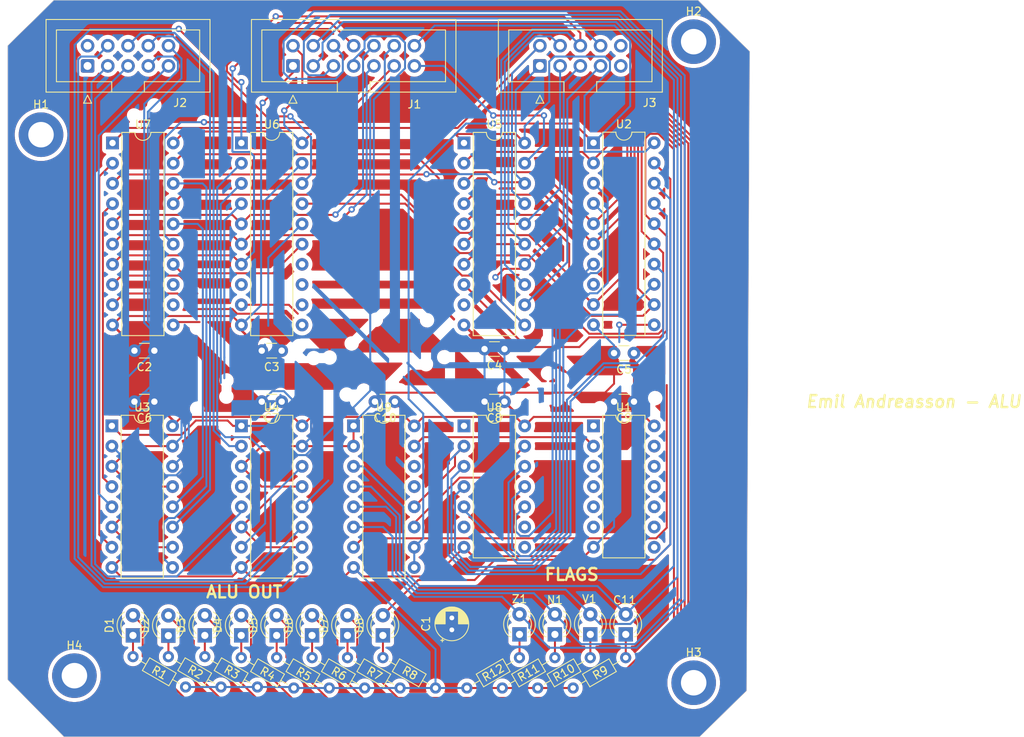
<source format=kicad_pcb>
(kicad_pcb (version 20241229) (generator "pcbnew") (generator_version "9.0")
  (layers (0 "F.Cu" signal) (2 "B.Cu" signal) (13 "F.Paste" user) (15 "B.Paste" user) (5 "F.SilkS" user "F.Silkscreen") (7 "B.SilkS" user "B.Silkscreen") (1 "F.Mask" user) (3 "B.Mask" user) (25 "Edge.Cuts" user))
  (net 0 "")
  (net 1 "/C")
  (net 2 "Net-(D1-K)")
  (net 3 "Net-(D1-A)")
  (net 4 "Net-(D2-A)")
  (net 5 "Net-(D2-K)")
  (net 6 "Net-(D3-A)")
  (net 7 "Net-(D3-K)")
  (net 8 "Net-(D4-K)")
  (net 9 "Net-(D4-A)")
  (net 10 "Net-(D5-A)")
  (net 11 "Net-(D5-K)")
  (net 12 "Net-(D6-A)")
  (net 13 "Net-(D6-K)")
  (net 14 "Net-(D7-K)")
  (net 15 "Net-(D7-A)")
  (net 16 "Net-(D8-K)")
  (net 17 "Net-(D8-A)")
  (net 18 "Net-(J1-Pin_9)")
  (net 19 "Net-(J1-Pin_10)")
  (net 20 "Net-(J1-Pin_7)")
  (net 21 "Net-(J1-Pin_8)")
  (net 22 "Net-(J2-Pin_7)")
  (net 23 "Net-(J2-Pin_8)")
  (net 24 "Net-(J2-Pin_5)")
  (net 25 "Net-(J2-Pin_6)")
  (net 26 "Net-(J2-Pin_4)")
  (net 27 "Net-(J2-Pin_3)")
  (net 28 "/Z")
  (net 29 "Net-(J3-Pin_7)")
  (net 30 "/N")
  (net 31 "Net-(J3-Pin_8)")
  (net 32 "/V")
  (net 33 "Net-(N1-K)")
  (net 34 "Net-(V1-K)")
  (net 35 "Net-(Z1-K)")
  (net 36 "+5V")
  (net 37 "GND")
  (net 38 "Net-(U3-Zd)")
  (net 39 "Net-(U3-Za)")
  (net 40 "Net-(U3-Zb)")
  (net 41 "Net-(U3-Zc)")
  (net 42 "Net-(U4-Za)")
  (net 43 "Net-(U4-Zd)")
  (net 44 "Net-(U4-Zc)")
  (net 45 "Net-(U4-Zb)")
  (net 46 "Net-(C11-K)")
  (net 47 "Net-(J1-Pin_13)")
  (net 48 "Net-(J1-Pin_11)")
  (net 49 "Net-(J1-Pin_12)")
  (net 50 "Net-(J1-Pin_14)")
  (net 52 "Net-(J2-Pin_9)")
  (net 53 "Net-(J2-Pin_10)")
  (net 55 "Net-(J3-Pin_2)")
  (net 56 "Net-(J3-Pin_1)")
  (net 57 "Net-(J3-Pin_5)")
  (net 58 "Net-(J3-Pin_6)")
  (net 59 "Net-(J3-Pin_4)")
  (net 60 "Net-(J3-Pin_3)")
  (net 61 "Net-(U9-Mr)")
  (net 62 "Net-(U2-D3)")
  (net 63 "Net-(U2-D0)")
  (net 64 "Net-(U2-D1)")
  (net 65 "Net-(U2-D5)")
  (net 66 "Net-(U2-D6)")
  (net 67 "Net-(U2-D2)")
  (net 68 "Net-(U2-D7)")
  (net 69 "Net-(U2-CP)")
  (net 70 "Net-(U2-D4)")
  (net 71 "Net-(U6-Cn)")
  (net 72 "Net-(U6-OVR)")
  (net 73 "Net-(U6-Cn+4)")
  (net 75 "Net-(U9-D3)")
  (footprint "LED_THT:LED_D3.0mm" (layer "F.Cu") (at 94.107 128.016 90)
    (property "Reference" "D1")
    (property "Value" "LED")
  )
  (footprint "LED_THT:LED_D3.0mm" (layer "F.Cu") (at 98.552 128.0414 90)
    (property "Reference" "D2")
    (property "Value" "LED")
  )
  (footprint "LED_THT:LED_D3.0mm" (layer "F.Cu") (at 103.124 128.016 90)
    (property "Reference" "D3")
    (property "Value" "LED")
  )
  (footprint "LED_THT:LED_D3.0mm" (layer "F.Cu") (at 107.696 128.016 90)
    (property "Reference" "D4")
    (property "Value" "LED")
  )
  (footprint "LED_THT:LED_D3.0mm" (layer "F.Cu") (at 112.141 128.016 90)
    (property "Reference" "D5")
    (property "Value" "LED")
  )
  (footprint "LED_THT:LED_D3.0mm" (layer "F.Cu") (at 116.586 128.016 90)
    (property "Reference" "D6")
    (property "Value" "LED")
  )
  (footprint "LED_THT:LED_D3.0mm" (layer "F.Cu") (at 121.031 128.016 90)
    (property "Reference" "D7")
    (property "Value" "LED")
  )
  (footprint "LED_THT:LED_D3.0mm" (layer "F.Cu") (at 125.476 128.016 90)
    (property "Reference" "D8")
    (property "Value" "LED")
  )
  (footprint "Connector_IDC:IDC-Header_2x05_P2.54mm_Vertical" (layer "F.Cu") (at 88.4096 56.489 90)
    (property "Reference" "J2")
    (property "Value" "B-Register")
  )
  (footprint "Connector_IDC:IDC-Header_2x05_P2.54mm_Vertical" (layer "F.Cu") (at 145.1786 56.489 90)
    (property "Reference" "J3")
    (property "Value" "Buss")
  )
  (footprint "Resistor_THT:R_Axial_DIN0204_L3.6mm_D1.6mm_P7.62mm_Horizontal" (layer "F.Cu") (at 100.711 134.493 150)
    (property "Reference" "R1")
    (property "Value" "R")
  )
  (footprint "Resistor_THT:R_Axial_DIN0204_L3.6mm_D1.6mm_P7.62mm_Horizontal" (layer "F.Cu") (at 105.156 134.493 150)
    (property "Reference" "R2")
    (property "Value" "R")
  )
  (footprint "Resistor_THT:R_Axial_DIN0204_L3.6mm_D1.6mm_P7.62mm_Horizontal" (layer "F.Cu") (at 109.728 134.493 150)
    (property "Reference" "R3")
    (property "Value" "R")
  )
  (footprint "Resistor_THT:R_Axial_DIN0204_L3.6mm_D1.6mm_P7.62mm_Horizontal" (layer "F.Cu") (at 114.3 134.62 150)
    (property "Reference" "R4")
    (property "Value" "R")
  )
  (footprint "Resistor_THT:R_Axial_DIN0204_L3.6mm_D1.6mm_P7.62mm_Horizontal" (layer "F.Cu") (at 118.745 134.62 150)
    (property "Reference" "R5")
    (property "Value" "R")
  )
  (footprint "Resistor_THT:R_Axial_DIN0204_L3.6mm_D1.6mm_P7.62mm_Horizontal" (layer "F.Cu") (at 123.19 134.62 150)
    (property "Reference" "R6")
    (property "Value" "R")
  )
  (footprint "Resistor_THT:R_Axial_DIN0204_L3.6mm_D1.6mm_P7.62mm_Horizontal" (layer "F.Cu") (at 127.635 134.62 150)
    (property "Reference" "R7")
    (property "Value" "R")
  )
  (footprint "Resistor_THT:R_Axial_DIN0204_L3.6mm_D1.6mm_P7.62mm_Horizontal" (layer "F.Cu") (at 132.08 134.62 150)
    (property "Reference" "R8")
    (property "Value" "R")
  )
  (footprint "Package_DIP:DIP-20_W7.62mm" (layer "F.Cu") (at 151.9096 66.141)
    (property "Reference" "U2")
    (property "Value" "74HCT377")
  )
  (footprint "Package_DIP:DIP-20_W7.62mm" (layer "F.Cu") (at 135.6536 66.167)
    (property "Reference" "U5")
    (property "Value" "74HCT245")
  )
  (footprint "Package_DIP:DIP-16_W7.62mm" (layer "F.Cu") (at 107.7136 101.701)
    (property "Reference" "U4")
    (property "Value" "74HCT157")
  )
  (footprint "Package_DIP:DIP-16_W7.62mm" (layer "F.Cu") (at 91.4576 101.701)
    (property "Reference" "U3")
    (property "Value" "74HCT157")
  )
  (footprint "Package_DIP:DIP-16_W7.62mm" (layer "F.Cu") (at 121.793 101.701)
    (property "Reference" "U9")
    (property "Value" "74HCT173")
  )
  (footprint "Package_DIP:DIP-20_W7.62mm" (layer "F.Cu") (at 107.7136 66.167)
    (property "Reference" "U6")
    (property "Value" "74F382")
  )
  (footprint "Package_DIP:DIP-20_W7.62mm" (layer "F.Cu") (at 91.5416 66.167)
    (property "Reference" "U7")
    (property "Value" "74F382")
  )
  (footprint "Package_DIP:DIP-14_W7.62mm" (layer "F.Cu") (at 135.6536 101.701)
    (property "Reference" "U8")
    (property "Value" "4078")
  )
  (footprint "Package_DIP:DIP-14_W7.62mm" (layer "F.Cu") (at 151.9096 101.701)
    (property "Reference" "U1")
    (property "Value" "74HCT04")
  )
  (footprint "Connector_IDC:IDC-Header_2x07_P2.54mm_Vertical" (layer "F.Cu") (at 114.1906 56.489 90)
    (property "Reference" "J1")
    (property "Value" "Control Signals")
  )
  (footprint "LED_THT:LED_D3.0mm" (layer "F.Cu") (at 155.956 127.889 90)
    (property "Reference" "C11")
    (property "Value" "LED")
  )
  (footprint "LED_THT:LED_D3.0mm" (layer "F.Cu") (at 147.066 127.889 90)
    (property "Reference" "N1")
    (property "Value" "LED")
  )
  (footprint "Resistor_THT:R_Axial_DIN0204_L3.6mm_D1.6mm_P7.62mm_Horizontal" (layer "F.Cu") (at 149.352 134.62 30)
    (property "Reference" "R9")
    (property "Value" "R")
  )
  (footprint "Resistor_THT:R_Axial_DIN0204_L3.6mm_D1.6mm_P7.62mm_Horizontal" (layer "F.Cu") (at 144.907 134.62 30)
    (property "Reference" "R10")
    (property "Value" "R")
  )
  (footprint "Resistor_THT:R_Axial_DIN0204_L3.6mm_D1.6mm_P7.62mm_Horizontal" (layer "F.Cu") (at 140.462 134.62 30)
    (property "Reference" "R11")
    (property "Value" "R")
  )
  (footprint "Resistor_THT:R_Axial_DIN0204_L3.6mm_D1.6mm_P7.62mm_Horizontal" (layer "F.Cu") (at 136.017 134.62 30)
    (property "Reference" "R12")
    (property "Value" "R")
  )
  (footprint "LED_THT:LED_D3.0mm" (layer "F.Cu") (at 151.511 127.889 90)
    (property "Reference" "V1")
    (property "Value" "LED")
  )
  (footprint "LED_THT:LED_D3.0mm" (layer "F.Cu") (at 142.621 127.889 90)
    (property "Reference" "Z1")
    (property "Value" "LED")
  )
  (footprint "Capacitor_THT:C_Disc_D3.0mm_W1.6mm_P2.50mm" (layer "F.Cu") (at 112.7736 92.2522 180)
    (property "Reference" "C3")
    (property "Value" "100nF")
  )
  (footprint "Capacitor_THT:C_Disc_D3.0mm_W1.6mm_P2.50mm" (layer "F.Cu") (at 96.7916 92.2522 180)
    (property "Reference" "C2")
    (property "Value" "100nF")
  )
  (footprint "Capacitor_THT:C_Disc_D3.0mm_W1.6mm_P2.50mm" (layer "F.Cu") (at 140.7336 98.653 180)
    (property "Reference" "C8")
    (property "Value" "100nF")
  )
  (footprint "MountingHole:MountingHole_3.2mm_M3_DIN965_Pad" (layer "F.Cu") (at 164.4826 133.959)
    (property "Reference" "H3")
    (property "Value" "MountingHole")
  )
  (footprint "Capacitor_THT:CP_Radial_D4.0mm_P1.50mm" (layer "F.Cu") (at 134.1296 127.315599 90)
    (property "Reference" "C1")
    (property "Value" "100uF")
  )
  (footprint "Capacitor_THT:C_Disc_D3.0mm_W1.6mm_P2.50mm" (layer "F.Cu") (at 112.7736 98.653 180)
    (property "Reference" "C7")
    (property "Value" "100nF")
  )
  (footprint "Capacitor_THT:C_Disc_D3.0mm_W1.6mm_P2.50mm" (layer "F.Cu") (at 156.9896 98.653 180)
    (property "Reference" "C9")
    (property "Value" "100nF")
  )
  (footprint "Capacitor_THT:C_Disc_D3.0mm_W1.6mm_P2.50mm" (layer "F.Cu") (at 96.7916 98.653 180)
    (property "Reference" "C6")
    (property "Value" "100nF")
  )
  (footprint "Capacitor_THT:C_Disc_D3.0mm_W1.6mm_P2.50mm" (layer "F.Cu") (at 156.9896 92.557 180)
    (property "Reference" "C5")
    (property "Value" "100nF")
  )
  (footprint "MountingHole:MountingHole_3.2mm_M3_DIN965_Pad" (layer "F.Cu") (at 82.5676 65.125)
    (property "Reference" "H1")
    (property "Value" "MountingHole")
  )
  (footprint "MountingHole:MountingHole_3.2mm_M3_DIN965_Pad" (layer "F.Cu") (at 86.7586 133.07)
    (property "Reference" "H4")
    (property "Value" "MountingHole")
  )
  (footprint "Capacitor_THT:C_Disc_D3.0mm_W1.6mm_P2.50mm" (layer "F.Cu") (at 126.9776 98.653 180)
    (property "Reference" "C10")
    (property "Value" "100nF")
  )
  (footprint "MountingHole:MountingHole_3.2mm_M3_DIN965_Pad" (layer "F.Cu") (at 164.4826 53.441)
    (property "Reference" "H2")
    (property "Value" "MountingHole")
  )
  (footprint "Capacitor_THT:C_Disc_D3.0mm_W1.6mm_P2.50mm" (layer "F.Cu") (at 140.7336 92.049 180)
    (property "Reference" "C4")
    (property "Value" "100nF")
  )
  (gr_line (start 84.1678 48.234) (end 165.0414 48.234) (stroke (width 0.05)) (layer "Edge.Cuts"))
  (gr_line (start 171.5184 54.6602) (end 171.1247 134.975) (stroke (width 0.05)) (layer "Edge.Cuts"))
  (gr_line (start 78.3766 53.949) (end 79.5196 52.806) (stroke (width 0.05)) (layer "Edge.Cuts"))
  (gr_line (start 78.3766 53.949) (end 78.3766 133.578) (stroke (width 0.05)) (layer "Edge.Cuts"))
  (gr_line (start 81.5008 50.8756) (end 79.5196 52.806) (stroke (width 0.05)) (layer "Edge.Cuts"))
  (gr_line (start 85.4378 140.7408) (end 78.3766 133.578) (stroke (width 0.05)) (layer "Edge.Cuts"))
  (gr_line (start 165.2446 140.7408) (end 85.4378 140.7408) (stroke (width 0.05)) (layer "Edge.Cuts"))
  (gr_line (start 166.8448 139.166) (end 171.1247 134.975) (stroke (width 0.05)) (layer "Edge.Cuts"))
  (gr_line (start 166.8194 50.0374) (end 171.5184 54.6602) (stroke (width 0.05)) (layer "Edge.Cuts"))
  (gr_line (start 166.8448 139.166) (end 165.2446 140.7408) (stroke (width 0.05)) (layer "Edge.Cuts"))
  (gr_line (start 81.5008 50.8756) (end 84.1678 48.234) (stroke (width 0.05)) (layer "Edge.Cuts"))
  (gr_line (start 165.0414 48.234) (end 166.8194 50.0374) (stroke (width 0.05)) (layer "Edge.Cuts"))
  (gr_text "ALU OUT" (at 108.077 122.555 0) (layer "F.SilkS") (effects (font (size 1.5 1.5) (thickness 0.3))))
  (gr_text " Emil Andreasson - ALU" (at 191.5336 98.653 0) (layer "F.SilkS") (effects (font (size 1.5 1.5) (thickness 0.3) (italic yes))))
  (gr_text "FLAGS" (at 149.1791 120.37 0) (layer "F.SilkS") (effects (font (size 1.5 1.5) (thickness 0.3))))
  (segment (start 128.0336 119.766602) (end 130.080968 121.81397) (width 0.25) (layer "B.Cu") (net 1))
  (segment (start 128.0336 111.861) (end 128.0336 119.766602) (width 0.25) (layer "B.Cu") (net 1))
  (segment (start 130.080968 121.81397) (end 152.42097 121.81397) (width 0.25) (layer "B.Cu") (net 1))
  (segment (start 155.956 125.349) (end 162.004629 119.300371) (width 0.25) (layer "B.Cu") (net 1))
  (segment (start 117.905601 53.574997) (end 117.905601 55.313999) (width 0.25) (layer "B.Cu") (net 1))
  (segment (start 162.004629 58.239617) (end 154.738971 50.973959) (width 0.25) (layer "B.Cu") (net 1))
  (segment (start 154.738971 50.973959) (end 120.506639 50.973959) (width 0.25) (layer "B.Cu") (net 1))
  (segment (start 117.905601 55.313999) (end 116.7306 56.489) (width 0.25) (layer "B.Cu") (net 1))
  (segment (start 152.42097 121.81397) (end 155.956 125.349) (width 0.25) (layer "B.Cu") (net 1))
  (segment (start 162.004629 119.300371) (end 162.004629 58.239617) (width 0.25) (layer "B.Cu") (net 1))
  (segment (start 120.506639 50.973959) (end 117.905601 53.574997) (width 0.25) (layer "B.Cu") (net 1))
  (segment (start 122.9536 106.781) (end 128.0336 111.861) (width 0.25) (layer "B.Cu") (net 1))
  (segment (start 121.793 106.781) (end 122.9536 106.781) (width 0.25) (layer "B.Cu") (net 1))
  (segment (start 94.111886 130.683) (end 94.111886 128.020886) (width 0.25) (layer "F.Cu") (net 2))
  (segment (start 94.111886 128.020886) (end 94.107 128.016) (width 0.25) (layer "F.Cu") (net 2))
  (segment (start 151.9096 68.277538) (end 151.9096 68.681) (width 0.25) (layer "F.Cu") (net 3))
  (segment (start 164.704686 127.39188) (end 164.704681 65.832623) (width 0.25) (layer "F.Cu") (net 3))
  (segment (start 103.265052 138.564054) (end 153.532522 138.564054) (width 0.25) (layer "F.Cu") (net 3))
  (segment (start 135.6536 68.707) (end 137.068599 67.292001) (width 0.25) (layer "F.Cu") (net 3))
  (segment (start 95.332001 130.631003) (end 103.265052 138.564054) (width 0.25) (layer "F.Cu") (net 3))
  (segment (start 94.107 125.476) (end 95.332001 126.701001) (width 0.25) (layer "F.Cu") (net 3))
  (segment (start 153.532522 138.564054) (end 164.704686 127.39188) (width 0.25) (layer "F.Cu") (net 3))
  (segment (start 137.068599 67.292001) (end 150.520601 67.292001) (width 0.25) (layer "F.Cu") (net 3))
  (segment (start 161.187996 62.315944) (end 157.871193 62.315945) (width 0.25) (layer "F.Cu") (net 3))
  (segment (start 164.704681 65.832623) (end 161.187996 62.315944) (width 0.25) (layer "F.Cu") (net 3))
  (segment (start 150.520601 67.292001) (end 151.9096 68.681) (width 0.25) (layer "F.Cu") (net 3))
  (segment (start 157.871193 62.315945) (end 151.9096 68.277538) (width 0.25) (layer "F.Cu") (net 3))
  (segment (start 95.332001 126.701001) (end 95.332001 130.631003) (width 0.25) (layer "F.Cu") (net 3))
  (segment (start 156.154549 64.668999) (end 156.154549 72.056051) (width 0.25) (layer "F.Cu") (net 4))
  (segment (start 161.001597 62.765953) (end 158.057594 62.765954) (width 0.25) (layer "F.Cu") (net 4))
  (segment (start 101.736001 132.590003) (end 107.260044 138.114046) (width 0.25) (layer "F.Cu") (net 4))
  (segment (start 164.254673 66.019024) (end 161.001597 62.765953) (width 0.25) (layer "F.Cu") (net 4))
  (segment (start 153.346121 138.114045) (end 164.254677 127.205481) (width 0.25) (layer "F.Cu") (net 4))
  (segment (start 137.068599 69.832001) (end 145.440601 69.832001) (width 0.25) (layer "F.Cu") (net 4))
  (segment (start 107.260044 138.114046) (end 153.346121 138.114045) (width 0.25) (layer "F.Cu") (net 4))
  (segment (start 158.057594 62.765954) (end 156.154549 64.668999) (width 0.25) (layer "F.Cu") (net 4))
  (segment (start 145.440601 69.832001) (end 151.9096 76.301) (width 0.25) (layer "F.Cu") (net 4))
  (segment (start 98.552 125.5014) (end 101.736001 128.685401) (width 0.25) (layer "F.Cu") (net 4))
  (segment (start 135.6536 71.247) (end 137.068599 69.832001) (width 0.25) (layer "F.Cu") (net 4))
  (segment (start 101.736001 128.685401) (end 101.736001 132.590003) (width 0.25) (layer "F.Cu") (net 4))
  (segment (start 156.154549 72.056051) (end 151.9096 76.301) (width 0.25) (layer "F.Cu") (net 4))
  (segment (start 164.254677 127.205481) (end 164.254673 66.019024) (width 0.25) (layer "F.Cu") (net 4))
  (segment (start 98.556886 130.683) (end 98.556886 128.046286) (width 0.25) (layer "F.Cu") (net 5))
  (segment (start 98.556886 128.046286) (end 98.552 128.0414) (width 0.25) (layer "F.Cu") (net 5))
  (segment (start 106.181001 132.463003) (end 111.382034 137.664036) (width 0.25) (layer "F.Cu") (net 6))
  (segment (start 103.124 125.476) (end 106.181001 128.533001) (width 0.25) (layer "F.Cu") (net 6))
  (segment (start 156.604559 74.146041) (end 151.9096 78.841) (width 0.25) (layer "F.Cu") (net 6))
  (segment (start 136.778601 72.661999) (end 145.730599 72.661999) (width 0.25) (layer "F.Cu") (net 6))
  (segment (start 111.382034 137.664036) (end 153.15972 137.664036) (width 0.25) (layer "F.Cu") (net 6))
  (segment (start 158.243995 63.215963) (end 156.604559 64.855399) (width 0.25) (layer "F.Cu") (net 6))
  (segment (start 135.6536 73.787) (end 136.778601 72.661999) (width 0.25) (layer "F.Cu") (net 6))
  (segment (start 163.804665 66.205425) (end 160.815198 63.215962) (width 0.25) (layer "F.Cu") (net 6))
  (segment (start 153.15972 137.664036) (end 163.804668 127.019082) (width 0.25) (layer "F.Cu") (net 6))
  (segment (start 160.815198 63.215962) (end 158.243995 63.215963) (width 0.25) (layer "F.Cu") (net 6))
  (segment (start 156.604559 64.855399) (end 156.604559 74.146041) (width 0.25) (layer "F.Cu") (net 6))
  (segment (start 145.730599 72.661999) (end 151.9096 78.841) (width 0.25) (layer "F.Cu") (net 6))
  (segment (start 163.804668 127.019082) (end 163.804665 66.205425) (width 0.25) (layer "F.Cu") (net 6))
  (segment (start 106.181001 128.533001) (end 106.181001 132.463003) (width 0.25) (layer "F.Cu") (net 6))
  (segment (start 103.128886 130.683) (end 103.128886 128.020886) (width 0.25) (layer "F.Cu") (net 7))
  (segment (start 103.128886 128.020886) (end 103.124 128.016) (width 0.25) (layer "F.Cu") (net 7))
  (segment (start 107.700886 128.020886) (end 107.696 128.016) (width 0.25) (layer "F.Cu") (net 8))
  (segment (start 107.700886 130.81) (end 107.700886 128.020886) (width 0.25) (layer "F.Cu") (net 8))
  (segment (start 108.921001 126.701001) (end 108.921001 130.758003) (width 0.25) (layer "F.Cu") (net 9))
  (segment (start 115.377026 137.214028) (end 152.973319 137.214027) (width 0.25) (layer "F.Cu") (net 9))
  (segment (start 108.921001 130.758003) (end 115.377026 137.214028) (width 0.25) (layer "F.Cu") (net 9))
  (segment (start 107.696 125.476) (end 108.921001 126.701001) (width 0.25) (layer "F.Cu") (net 9))
  (segment (start 145.222599 75.201999) (end 148.8616 78.841) (width 0.25) (layer "F.Cu") (net 9))
  (segment (start 160.628799 63.665971) (end 158.430396 63.665972) (width 0.25) (layer "F.Cu") (net 9))
  (segment (start 157.054569 81.316031) (end 151.9096 86.461) (width 0.25) (layer "F.Cu") (net 9))
  (segment (start 158.430396 63.665972) (end 157.054569 65.041799) (width 0.25) (layer "F.Cu") (net 9))
  (segment (start 136.778601 75.201999) (end 145.222599 75.201999) (width 0.25) (layer "F.Cu") (net 9))
  (segment (start 163.354659 126.832683) (end 163.354657 66.391826) (width 0.25) (layer "F.Cu") (net 9))
  (segment (start 157.054569 65.041799) (end 157.054569 81.316031) (width 0.25) (layer "F.Cu") (net 9))
  (segment (start 135.6536 76.327) (end 136.778601 75.201999) (width 0.25) (layer "F.Cu") (net 9))
  (segment (start 163.354657 66.391826) (end 160.628799 63.665971) (width 0.25) (layer "F.Cu") (net 9))
  (segment (start 148.8616 83.413) (end 151.9096 86.461) (width 0.25) (layer "F.Cu") (net 9))
  (segment (start 148.8616 78.841) (end 148.8616 83.413) (width 0.25) (layer "F.Cu") (net 9))
  (segment (start 152.973319 137.214027) (end 163.354659 126.832683) (width 0.25) (layer "F.Cu") (net 9))
  (segment (start 162.90465 126.646284) (end 162.904649 66.578227) (width 0.25) (layer "F.Cu") (net 10))
  (segment (start 158.616797 64.115981) (end 157.504579 65.228199) (width 0.25) (layer "F.Cu") (net 10))
  (segment (start 158.114601 87.875999) (end 159.5296 86.461) (width 0.25) (layer "F.Cu") (net 10))
  (segment (start 113.366001 130.758003) (end 119.372016 136.764018) (width 0.25) (layer "F.Cu") (net 10))
  (segment (start 136.778601 77.741999) (end 143.813601 77.741999) (width 0.25) (layer "F.Cu") (net 10))
  (segment (start 135.6536 78.867) (end 136.778601 77.741999) (width 0.25) (layer "F.Cu") (net 10))
  (segment (start 157.504579 65.228199) (end 157.504579 84.435979) (width 0.25) (layer "F.Cu") (net 10))
  (segment (start 151.659597 87.875999) (end 158.114601 87.875999) (width 0.25) (layer "F.Cu") (net 10))
  (segment (start 162.904649 66.578227) (end 160.4424 64.11598) (width 0.25) (layer "F.Cu") (net 10))
  (segment (start 148.41159 84.627992) (end 151.659597 87.875999) (width 0.25) (layer "F.Cu") (net 10))
  (segment (start 113.366001 126.701001) (end 113.366001 130.758003) (width 0.25) (layer "F.Cu") (net 10))
  (segment (start 112.141 125.476) (end 113.366001 126.701001) (width 0.25) (layer "F.Cu") (net 10))
  (segment (start 119.372016 136.764018) (end 152.786918 136.764018) (width 0.25) (layer "F.Cu") (net 10))
  (segment (start 157.504579 84.435979) (end 159.5296 86.461) (width 0.25) (layer "F.Cu") (net 10))
  (segment (start 143.813601 77.741999) (end 148.41159 82.339988) (width 0.25) (layer "F.Cu") (net 10))
  (segment (start 152.786918 136.764018) (end 162.90465 126.646284) (width 0.25) (layer "F.Cu") (net 10))
  (segment (start 148.41159 82.339988) (end 148.41159 84.627992) (width 0.25) (layer "F.Cu") (net 10))
  (segment (start 160.4424 64.11598) (end 158.616797 64.115981) (width 0.25) (layer "F.Cu") (net 10))
  (segment (start 112.145886 130.81) (end 112.145886 128.020886) (width 0.25) (layer "F.Cu") (net 11))
  (segment (start 112.145886 128.020886) (end 112.141 128.016) (width 0.25) (layer "F.Cu") (net 11))
  (segment (start 157.954589 77.265989) (end 159.5296 78.841) (width 0.25) (layer "F.Cu") (net 12))
  (segment (start 123.367008 136.31401) (end 152.600517 136.314009) (width 0.25) (layer "F.Cu") (net 12))
  (segment (start 160.654601 89.541001) (end 160.654601 79.966001) (width 0.25) (layer "F.Cu") (net 12))
  (segment (start 162.45464 66.764628) (end 160.256001 64.565989) (width 0.25) (layer "F.Cu") (net 12))
  (segment (start 136.778601 80.281999) (end 143.813601 80.281999) (width 0.25) (layer "F.Cu") (net 12))
  (segment (start 119.770001 128.660001) (end 119.770001 132.717003) (width 0.25) (layer "F.Cu") (net 12))
  (segment (start 147.96158 86.717982) (end 151.369599 90.126001) (width 0.25) (layer "F.Cu") (net 12))
  (segment (start 158.803198 64.56599) (end 157.954589 65.414599) (width 0.25) (layer "F.Cu") (net 12))
  (segment (start 157.954589 65.414599) (end 157.954589 77.265989) (width 0.25) (layer "F.Cu") (net 12))
  (segment (start 162.454641 126.459885) (end 162.45464 66.764628) (width 0.25) (layer "F.Cu") (net 12))
  (segment (start 160.654601 79.966001) (end 159.5296 78.841) (width 0.25) (layer "F.Cu") (net 12))
  (segment (start 152.600517 136.314009) (end 162.454641 126.459885) (width 0.25) (layer "F.Cu") (net 12))
  (segment (start 116.586 125.476) (end 119.770001 128.660001) (width 0.25) (layer "F.Cu") (net 12))
  (segment (start 147.96158 84.429978) (end 147.96158 86.717982) (width 0.25) (layer "F.Cu") (net 12))
  (segment (start 135.6536 81.407) (end 136.778601 80.281999) (width 0.25) (layer "F.Cu") (net 12))
  (segment (start 119.770001 132.717003) (end 123.367008 136.31401) (width 0.25) (layer "F.Cu") (net 12))
  (segment (start 151.369599 90.126001) (end 160.069601 90.126001) (width 0.25) (layer "F.Cu") (net 12))
  (segment (start 143.813601 80.281999) (end 147.96158 84.429978) (width 0.25) (layer "F.Cu") (net 12))
  (segment (start 160.256001 64.565989) (end 158.803198 64.56599) (width 0.25) (layer "F.Cu") (net 12))
  (segment (start 160.069601 90.126001) (end 160.654601 89.541001) (width 0.25) (layer "F.Cu") (net 12))
  (segment (start 116.590886 128.020886) (end 116.586 128.016) (width 0.25) (layer "F.Cu") (net 13))
  (segment (start 116.590886 130.81) (end 116.590886 128.020886) (width 0.25) (layer "F.Cu") (net 13))
  (segment (start 121.035886 128.020886) (end 121.031 128.016) (width 0.25) (layer "F.Cu") (net 14))
  (segment (start 121.035886 130.81) (end 121.035886 128.020886) (width 0.25) (layer "F.Cu") (net 14))
  (segment (start 135.6536 83.947) (end 142.282611 90.576011) (width 0.25) (layer "F.Cu") (net 15))
  (segment (start 162.004631 66.951029) (end 160.069601 65.015999) (width 0.25) (layer "F.Cu") (net 15))
  (segment (start 161.104611 89.727401) (end 161.104611 77.876011) (width 0.25) (layer "F.Cu") (net 15))
  (segment (start 143.5016 91.795) (end 142.282611 90.576011) (width 0.25) (layer "F.Cu") (net 15))
  (segment (start 158.989599 65.015999) (end 158.404599 65.600999) (width 0.25) (layer "F.Cu") (net 15))
  (segment (start 158.404599 75.175999) (end 159.5296 76.301) (width 0.25) (layer "F.Cu") (net 15))
  (segment (start 162.004631 126.273485) (end 162.004631 66.951029) (width 0.25) (layer "F.Cu") (net 15))
  (segment (start 160.069601 65.015999) (end 158.989599 65.015999) (width 0.25) (layer "F.Cu") (net 15))
  (segment (start 127.361998 135.864) (end 152.414116 135.864) (width 0.25) (layer "F.Cu") (net 15))
  (segment (start 121.031 125.476) (end 122.256001 126.701001) (width 0.25) (layer "F.Cu") (net 15))
  (segment (start 151.35059 90.57601) (end 150.1316 91.795) (width 0.25) (layer "F.Cu") (net 15))
  (segment (start 150.1316 91.795) (end 143.5016 91.795) (width 0.25) (layer "F.Cu") (net 15))
  (segment (start 158.404599 65.600999) (end 158.404599 75.175999) (width 0.25) (layer "F.Cu") (net 15))
  (segment (start 160.256002 90.57601) (end 161.104611 89.727401) (width 0.25) (layer "F.Cu") (net 15))
  (segment (start 122.256001 126.701001) (end 122.256001 130.758003) (width 0.25) (layer "F.Cu") (net 15))
  (segment (start 160.256002 90.57601) (end 151.35059 90.57601) (width 0.25) (layer "F.Cu") (net 15))
  (segment (start 152.414116 135.864) (end 162.004631 126.273485) (width 0.25) (layer "F.Cu") (net 15))
  (segment (start 122.256001 130.758003) (end 127.361998 135.864) (width 0.25) (layer "F.Cu") (net 15))
  (segment (start 161.104611 77.876011) (end 159.5296 76.301) (width 0.25) (layer "F.Cu") (net 15))
  (segment (start 125.480886 130.81) (end 125.480886 128.020886) (width 0.25) (layer "F.Cu") (net 16))
  (segment (start 125.480886 128.020886) (end 125.476 128.016) (width 0.25) (layer "F.Cu") (net 16))
  (segment (start 125.476 125.476) (end 129.895989 121.056011) (width 0.25) (layer "F.Cu") (net 17))
  (segment (start 139.539589 118.516011) (end 159.619591 118.516011) (width 0.25) (layer "F.Cu") (net 17))
  (segment (start 161.554621 116.580981) (end 161.554621 89.642979) (width 0.25) (layer "F.Cu") (net 17))
  (segment (start 129.895989 121.056011) (end 136.999589 121.056011) (width 0.25) (layer "F.Cu") (net 17))
  (segment (start 136.999589 121.056011) (end 139.539589 118.516011) (width 0.25) (layer "F.Cu") (net 17))
  (segment (start 161.554621 89.642979) (end 161.554621 70.706021) (width 0.25) (layer "F.Cu") (net 17))
  (segment (start 159.619591 118.516011) (end 161.554621 116.580981) (width 0.25) (layer "F.Cu") (net 17))
  (segment (start 161.554621 70.706021) (end 159.5296 68.681) (width 0.25) (layer "F.Cu") (net 17))
  (segment (start 106.588599 77.741999) (end 107.7136 78.867) (width 0.25) (layer "F.Cu") (net 18))
  (segment (start 108.838601 77.741999) (end 118.326601 77.741999) (width 0.25) (layer "F.Cu") (net 18))
  (segment (start 91.5416 78.867) (end 92.666601 77.741999) (width 0.25) (layer "F.Cu") (net 18))
  (segment (start 118.326601 77.741999) (end 121.5566 74.512) (width 0.25) (layer "F.Cu") (net 18))
  (segment (start 107.7136 78.867) (end 108.838601 77.741999) (width 0.25) (layer "F.Cu") (net 18))
  (segment (start 92.666601 77.741999) (end 106.588599 77.741999) (width 0.25) (layer "F.Cu") (net 18))
  (via (at 121.5566 74.512) (size 0.8) (drill 0.4) (layers "F.Cu" "B.Cu") (net 18))
  (segment (start 124.3506 56.489) (end 123.436601 57.402999) (width 0.25) (layer "B.Cu") (net 18))
  (segment (start 123.436601 72.631999) (end 122.9481 73.1205) (width 0.25) (layer "B.Cu") (net 18))
  (segment (start 121.5566 74.512) (end 122.9481 73.1205) (width 0.25) (layer "B.Cu") (net 18))
  (segment (start 123.436601 57.402999) (end 123.436601 72.631999) (width 0.25) (layer "B.Cu") (net 18))
  (segment (start 119.480601 75.201999) (end 119.5246 75.158) (width 0.25) (layer "F.Cu") (net 19))
  (segment (start 107.7136 76.327) (end 108.838601 75.201999) (width 0.25) (layer "F.Cu") (net 19))
  (segment (start 91.5416 76.327) (end 92.666601 75.201999) (width 0.25) (layer "F.Cu") (net 19))
  (segment (start 108.838601 75.201999) (end 119.480601 75.201999) (width 0.25) (layer "F.Cu") (net 19))
  (segment (start 106.588599 75.201999) (end 107.7136 76.327) (width 0.25) (layer "F.Cu") (net 19))
  (segment (start 92.666601 75.201999) (end 106.588599 75.201999) (width 0.25) (layer "F.Cu") (net 19))
  (via (at 119.5246 75.158) (size 0.8) (drill 0.4) (layers "F.Cu" "B.Cu") (net 19))
  (segment (start 122.985601 71.696999) (end 122.985601 55.313999) (width 0.25) (layer "B.Cu") (net 19))
  (segment (start 119.5246 75.158) (end 122.985601 71.696999) (width 0.25) (layer "B.Cu") (net 19))
  (segment (start 122.985601 55.313999) (end 124.3506 53.949) (width 0.25) (layer "B.Cu") (net 19))
  (segment (start 124.338601 60.704115) (end 124.338601 72.0846) (width 0.25) (layer "B.Cu") (net 20))
  (segment (start 121.8106 55.688002) (end 123.175599 54.323003) (width 0.25) (layer "B.Cu") (net 20))
  (segment (start 128.255599 56.787117) (end 124.338601 60.704115) (width 0.25) (layer "B.Cu") (net 20))
  (segment (start 123.175599 53.384999) (end 123.786599 52.773999) (width 0.25) (layer "B.Cu") (net 20))
  (segment (start 123.786599 52.773999) (end 127.454601 52.773999) (width 0.25) (layer "B.Cu") (net 20))
  (segment (start 128.255599 53.574997) (end 128.255599 56.787117) (width 0.25) (layer "B.Cu") (net 20))
  (segment (start 121.8106 56.489) (end 121.8106 55.688002) (width 0.25) (layer "B.Cu") (net 20))
  (segment (start 127.454601 52.773999) (end 128.255599 53.574997) (width 0.25) (layer "B.Cu") (net 20))
  (segment (start 123.175599 54.323003) (end 123.175599 53.384999) (width 0.25) (layer "B.Cu") (net 20))
  (segment (start 106.588599 80.281999) (end 107.7136 81.407) (width 0.25) (layer "F.Cu") (net 21))
  (segment (start 112.3491 51.0915) (end 118.9531 51.0915) (width 0.25) (layer "F.Cu") (net 21))
  (segment (start 106.623448 56.817152) (end 112.3491 51.0915) (width 0.25) (layer "F.Cu") (net 21))
  (segment (start 91.5416 81.407) (end 92.666601 80.281999) (width 0.25) (layer "F.Cu") (net 21))
  (segment (start 92.666601 80.281999) (end 106.588599 80.281999) (width 0.25) (layer "F.Cu") (net 21))
  (segment (start 118.9531 51.0915) (end 121.8106 53.949) (width 0.25) (layer "F.Cu") (net 21))
  (via (at 106.623448 56.817152) (size 0.8) (drill 0.4) (layers "F.Cu" "B.Cu") (net 21))
  (segment (start 106.588599 67.227001) (end 106.588599 56.852001) (width 0.25) (layer "B.Cu") (net 21))
  (segment (start 106.653599 67.292001) (end 106.588599 67.227001) (width 0.25) (layer "B.Cu") (net 21))
  (segment (start 109.3011 67.8195) (end 109.3011 79.8195) (width 0.25) (layer "B.Cu") (net 21))
  (segment (start 108.773601 67.292001) (end 106.653599 67.292001) (width 0.25) (layer "B.Cu") (net 21))
  (segment (start 106.588599 56.852001) (end 106.623448 56.817152) (width 0.25) (layer "B.Cu") (net 21))
  (segment (start 109.3011 79.8195) (end 107.7136 81.407) (width 0.25) (layer "B.Cu") (net 21))
  (segment (start 108.773601 67.292001) (end 109.3011 67.8195) (width 0.25) (layer "B.Cu") (net 21))
  (segment (start 98.3686 97.999785) (end 100.6546 100.285785) (width 0.25) (layer "B.Cu") (net 22))
  (segment (start 96.0296 56.489) (end 97.204601 55.313999) (width 0.25) (layer "B.Cu") (net 22))
  (segment (start 95.5216 88.747) (end 98.3686 91.594) (width 0.25) (layer "B.Cu") (net 22))
  (segment (start 100.6546 100.285785) (end 100.6546 105.204) (width 0.25) (layer "B.Cu") (net 22))
  (segment (start 100.6546 105.204) (end 99.0776 106.781) (width 0.25) (layer "B.Cu") (net 22))
  (segment (start 99.744601 57.053001) (end 95.5216 61.276002) (width 0.25) (layer "B.Cu") (net 22))
  (segment (start 99.133601 55.313999) (end 99.744601 55.924999) (width 0.25) (layer "B.Cu") (net 22))
  (segment (start 98.3686 91.594) (end 98.3686 97.999785) (width 0.25) (layer "B.Cu") (net 22))
  (segment (start 99.744601 55.924999) (end 99.744601 57.053001) (width 0.25) (layer "B.Cu") (net 22))
  (segment (start 95.5216 61.276002) (end 95.5216 88.747) (width 0.25) (layer "B.Cu") (net 22))
  (segment (start 97.204601 55.313999) (end 99.133601 55.313999) (width 0.25) (layer "B.Cu") (net 22))
  (segment (start 97.204601 52.773999) (end 99.133601 52.773999) (width 0.25) (layer "B.Cu") (net 23))
  (segment (start 99.133601 52.773999) (end 103.7766 57.416998) (width 0.25) (layer "B.Cu") (net 23))
  (segment (start 96.0296 53.949) (end 97.204601 52.773999) (width 0.25) (layer "B.Cu") (net 23))
  (segment (start 103.7766 57.416998) (end 103.7766 109.702) (width 0.25) (layer "B.Cu") (net 23))
  (segment (start 103.7766 109.702) (end 99.0776 114.401) (width 0.25) (layer "B.Cu") (net 23))
  (segment (start 89.35659 119.044992) (end 90.917599 120.606001) (width 0.25) (layer "B.Cu") (net 24))
  (segment (start 93.4896 56.489) (end 89.35659 60.62201) (width 0.25) (layer "B.Cu") (net 24))
  (segment (start 89.35659 60.62201) (end 89.35659 119.044992) (width 0.25) (layer "B.Cu") (net 24))
  (segment (start 90.917599 120.606001) (end 99.617601 120.606001) (width 0.25) (layer "B.Cu") (net 24))
  (segment (start 107.7136 112.510002) (end 107.7136 111.861) (width 0.25) (layer "B.Cu") (net 24))
  (segment (start 99.617601 120.606001) (end 107.7136 112.510002) (width 0.25) (layer "B.Cu") (net 24))
  (segment (start 104.22661 57.230598) (end 104.22661 102.27801) (width 0.25) (layer "B.Cu") (net 25))
  (segment (start 104.22661 102.27801) (end 106.1896 104.241) (width 0.25) (layer "B.Cu") (net 25))
  (segment (start 99.320002 52.32399) (end 104.22661 57.230598) (width 0.25) (layer "B.Cu") (net 25))
  (segment (start 106.1896 104.241) (end 107.7136 104.241) (width 0.25) (layer "B.Cu") (net 25))
  (segment (start 93.4896 53.949) (end 95.11461 52.32399) (width 0.25) (layer "B.Cu") (net 25))
  (segment (start 95.11461 52.32399) (end 99.320002 52.32399) (width 0.25) (layer "B.Cu") (net 25))
  (segment (start 87.57142 55.31399) (end 87.23459 55.65082) (width 0.25) (layer "B.Cu") (net 26))
  (segment (start 90.9496 53.949) (end 89.58461 55.31399) (width 0.25) (layer "B.Cu") (net 26))
  (segment (start 87.23459 55.65082) (end 87.23459 118.195812) (width 0.25) (layer "B.Cu") (net 26))
  (segment (start 87.23459 118.195812) (end 90.544799 121.506021) (width 0.25) (layer "B.Cu") (net 26))
  (segment (start 90.544799 121.506021) (end 108.228579 121.506021) (width 0.25) (layer "B.Cu") (net 26))
  (segment (start 108.228579 121.506021) (end 115.3336 114.401) (width 0.25) (layer "B.Cu") (net 26))
  (segment (start 89.58461 55.31399) (end 87.57142 55.31399) (width 0.25) (layer "B.Cu") (net 26))
  (segment (start 88.90658 58.53202) (end 88.906581 119.231393) (width 0.25) (layer "B.Cu") (net 27))
  (segment (start 88.906581 119.231393) (end 90.731199 121.056011) (width 0.25) (layer "B.Cu") (net 27))
  (segment (start 111.3966 117.463002) (end 111.3966 110.718) (width 0.25) (layer "B.Cu") (net 27))
  (segment (start 90.731199 121.056011) (end 107.803591 121.056011) (width 0.25) (layer "B.Cu") (net 27))
  (segment (start 107.803591 121.056011) (end 111.3966 117.463002) (width 0.25) (layer "B.Cu") (net 27))
  (segment (start 111.3966 110.718) (end 115.3336 106.781) (width 0.25) (layer "B.Cu") (net 27))
  (segment (start 90.9496 56.489) (end 88.90658 58.53202) (width 0.25) (layer "B.Cu") (net 27))
  (segment (start 163.354657 123.511755) (end 163.354656 57.680414) (width 0.25) (layer "B.Cu") (net 28))
  (segment (start 121.793 114.401) (end 125.4936 114.401) (width 0.25) (layer "B.Cu") (net 28))
  (segment (start 116.776669 49.623929) (end 113.015599 53.384999) (width 0.25) (layer "B.Cu") (net 28))
  (segment (start 126.683572 115.590972) (end 126.683573 120.416973) (width 0.25) (layer "B.Cu") (net 28))
  (segment (start 163.354656 57.680414) (end 155.298171 49.623929) (width 0.25) (layer "B.Cu") (net 28))
  (segment (start 126.683573 120.416973) (end 129.4306 123.164) (width 0.25) (layer "B.Cu") (net 28))
  (segment (start 155.298171 49.623929) (end 116.776669 49.623929) (width 0.25) (layer "B.Cu") (net 28))
  (segment (start 113.015599 53.384999) (end 113.015599 57.327189) (width 0.25) (layer "B.Cu") (net 28))
  (segment (start 142.621 125.349) (end 143.846001 126.574001) (width 0.25) (layer "B.Cu") (net 28))
  (segment (start 113.802421 58.114011) (end 119.550589 58.114011) (width 0.25) (layer "B.Cu") (net 28))
  (segment (start 146.348125 129.564011) (end 157.302402 129.56401) (width 0.25) (layer "B.Cu") (net 28))
  (segment (start 157.302402 129.56401) (end 163.354657 123.511755) (width 0.25) (layer "B.Cu") (net 28))
  (segment (start 120.445601 57.218999) (end 120.445601 55.124001) (width 0.25) (layer "B.Cu") (net 28))
  (segment (start 120.445601 55.124001) (end 119.2706 53.949) (width 0.25) (layer "B.Cu") (net 28))
  (segment (start 125.4936 114.401) (end 126.683572 115.590972) (width 0.25) (layer "B.Cu") (net 28))
  (segment (start 140.436 123.164) (end 142.621 125.349) (width 0.25) (layer "B.Cu") (net 28))
  (segment (start 143.846001 126.574001) (end 143.846001 127.061887) (width 0.25) (layer "B.Cu") (net 28))
  (segment (start 129.4306 123.164) (end 140.436 123.164) (width 0.25) (layer "B.Cu") (net 28))
  (segment (start 119.550589 58.114011) (end 120.445601 57.218999) (width 0.25) (layer "B.Cu") (net 28))
  (segment (start 113.015599 57.327189) (end 113.802421 58.114011) (width 0.25) (layer "B.Cu") (net 28))
  (segment (start 143.846001 127.061887) (end 146.348125 129.564011) (width 0.25) (layer "B.Cu") (net 28))
  (segment (start 115.3336 68.707) (end 110.64011 73.40049) (width 0.25) (layer "B.Cu") (net 29))
  (segment (start 143.2736 86.487) (end 148.61862 81.14198) (width 0.25) (layer "B.Cu") (net 29))
  (segment (start 148.61862 60.66898) (end 152.7986 56.489) (width 0.25) (layer "B.Cu") (net 29))
  (segment (start 148.61862 81.14198) (end 148.61862 60.66898) (width 0.25) (layer "B.Cu") (net 29))
  (segment (start 110.64011 73.40049) (end 110.64011 78.2695) (width 0.25) (layer "B.Cu") (net 29))
  (segment (start 118.866659 50.073939) (end 115.555599 53.384999) (width 0.25) (layer "B.Cu") (net 30))
  (segment (start 148.291001 126.574001) (end 148.291001 127.054003) (width 0.25) (layer "B.Cu") (net 30))
  (segment (start 150.350999 129.114001) (end 157.116001 129.114001) (width 0.25) (layer "B.Cu") (net 30))
  (segment (start 147.066 125.349) (end 148.291001 126.574001) (width 0.25) (layer "B.Cu") (net 30))
  (segment (start 157.116001 129.114001) (end 162.904647 123.325355) (width 0.25) (layer "B.Cu") (net 30))
  (segment (start 162.904647 123.325355) (end 162.904647 57.866815) (width 0.25) (layer "B.Cu") (net 30))
  (segment (start 162.904647 57.866815) (end 155.111771 50.073939) (width 0.25) (layer "B.Cu") (net 30))
  (segment (start 116.166599 57.664001) (end 118.095599 57.664001) (width 0.25) (layer "B.Cu") (net 30))
  (segment (start 115.555599 53.384999) (end 115.555599 57.053001) (width 0.25) (layer "B.Cu") (net 30))
  (segment (start 127.133582 113.121392) (end 127.133582 120.139404) (width 0.25) (layer "B.Cu") (net 30))
  (segment (start 121.793 111.861) (end 125.87319 111.861) (width 0.25) (layer "B.Cu") (net 30))
  (segment (start 144.43099 122.71399) (end 147.066 125.349) (width 0.25) (layer "B.Cu") (net 30))
  (segment (start 125.87319 111.861) (end 127.133582 113.121392) (width 0.25) (layer "B.Cu") (net 30))
  (segment (start 127.133582 120.139404) (end 129.708168 122.71399) (width 0.25) (layer "B.Cu") (net 30))
  (segment (start 155.111771 50.073939) (end 118.866659 50.073939) (width 0.25) (layer "B.Cu") (net 30))
  (segment (start 115.555599 57.053001) (end 116.166599 57.664001) (width 0.25) (layer "B.Cu") (net 30))
  (segment (start 148.291001 127.054003) (end 150.350999 129.114001) (width 0.25) (layer "B.Cu") (net 30))
  (segment (start 118.095599 57.664001) (end 119.2706 56.489) (width 0.25) (layer "B.Cu") (net 30))
  (segment (start 129.708168 122.71399) (end 144.43099 122.71399) (width 0.25) (layer "B.Cu") (net 30))
  (segment (start 133.156394 78.671206) (end 133.156394 80.574796) (width 0.25) (layer "F.Cu") (net 31))
  (segment (start 135.403597 82.821999) (end 137.068599 82.821999) (width 0.25) (layer "F.Cu") (net 31))
  (segment (start 137.068599 82.821999) (end 143.2736 89.027) (width 0.25) (layer "F.Cu") (net 31))
  (segment (start 128.272188 73.787) (end 133.156394 78.671206) (width 0.25) (layer "F.Cu") (net 31))
  (segment (start 115.3336 73.787) (end 128.272188 73.787) (width 0.25) (layer "F.Cu") (net 31))
  (segment (start 133.156394 80.574796) (end 135.403597 82.821999) (width 0.25) (layer "F.Cu") (net 31))
  (segment (start 150.723579 51.873979) (end 152.7986 53.949) (width 0.25) (layer "B.Cu") (net 31))
  (segment (start 140.330563 55.785215) (end 144.241799 51.873979) (width 0.25) (layer "B.Cu") (net 31))
  (segment (start 143.2736 89.027) (end 140.330563 86.083963) (width 0.25) (layer "B.Cu") (net 31))
  (segment (start 144.241799 51.873979) (end 150.723579 51.873979) (width 0.25) (layer "B.Cu") (net 31))
  (segment (start 140.330563 86.083963) (end 140.330563 55.785215) (width 0.25) (layer "B.Cu") (net 31))
  (segment (start 162.454638 58.053216) (end 154.925371 50.523949) (width 0.25) (layer "B.Cu") (net 32))
  (segment (start 151.511 125.349) (end 148.42598 122.26398) (width 0.25) (layer "B.Cu") (net 32))
  (segment (start 156.544001 126.574001) (end 162.454639 120.663363) (width 0.25) (layer "B.Cu") (net 32))
  (segment (start 162.454639 120.663363) (end 162.454638 58.053216) (width 0.25) (layer "B.Cu") (net 32))
  (segment (start 129.894568 122.26398) (end 127.583591 119.953003) (width 0.25) (layer "B.Cu") (net 32))
  (segment (start 151.511 125.349) (end 152.736001 126.574001) (width 0.25) (layer "B.Cu") (net 32))
  (segment (start 123.9696 109.321) (end 127.58359 112.93499) (width 0.25) (layer "B.Cu") (net 32))
  (segment (start 121.793 109.321) (end 123.9696 109.321) (width 0.25) (layer "B.Cu") (net 32))
  (segment (start 120.155651 50.523949) (end 116.7306 53.949) (width 0.25) (layer "B.Cu") (net 32))
  (segment (start 152.736001 126.574001) (end 156.544001 126.574001) (width 0.25) (layer "B.Cu") (net 32))
  (segment (start 148.42598 122.26398) (end 129.894568 122.26398) (width 0.25) (layer "B.Cu") (net 32))
  (segment (start 154.925371 50.523949) (end 120.155651 50.523949) (width 0.25) (layer "B.Cu") (net 32))
  (segment (start 127.58359 112.93499) (end 127.583591 119.953003) (width 0.25) (layer "B.Cu") (net 32))
  (segment (start 147.070886 127.893886) (end 147.066 127.889) (width 0.25) (layer "F.Cu") (net 33))
  (segment (start 147.070886 130.937) (end 147.070886 127.893886) (width 0.25) (layer "F.Cu") (net 33))
  (segment (start 151.515886 127.893886) (end 151.511 127.889) (width 0.25) (layer "F.Cu") (net 34))
  (segment (start 151.515886 130.937) (end 151.515886 127.893886) (width 0.25) (layer "F.Cu") (net 34))
  (segment (start 142.625886 127.893886) (end 142.621 127.889) (width 0.25) (layer "F.Cu") (net 35))
  (segment (start 142.625886 130.937) (end 142.625886 127.893886) (width 0.25) (layer "F.Cu") (net 35))
  (segment (start 144.398601 100.575999) (end 158.404599 100.575999) (width 0.25) (layer "F.Cu") (net 36))
  (segment (start 100.202601 100.575999) (end 114.208599 100.575999) (width 0.25) (layer "F.Cu") (net 36))
  (segment (start 113.8936 64.727) (end 115.3336 66.167) (width 0.25) (layer "F.Cu") (net 36))
  (segment (start 116.458601 100.575999) (end 128.287999 100.575999) (width 0.25) (layer "F.Cu") (net 36))
  (segment (start 114.208599 100.087999) (end 114.208599 100.575999) (width 0.3) (layer "F.Cu") (net 36))
  (segment (start 135.6536 66.167) (end 135.6536 66.141) (width 0.25) (layer "F.Cu") (net 36))
  (segment (start 115.36561 59.835291) (end 113.09891 62.101991) (width 0.25) (layer "F.Cu") (net 36))
  (segment (start 142.148599 100.575999) (end 143.2736 101.701) (width 0.25) (layer "F.Cu") (net 36))
  (segment (start 142.148599 65.041999) (end 143.2736 66.167) (width 0.25) (layer "F.Cu") (net 36))
  (segment (start 114.208599 100.575999) (end 115.3336 101.701) (width 0.25) (layer "F.Cu") (net 36))
  (segment (start 115.3336 101.701) (end 116.458601 100.575999) (width 0.25) (layer "F.Cu") (net 36))
  (segment (start 99.1616 66.167) (end 100.6016 64.727) (width 0.25) (layer "F.Cu") (net 36))
  (segment (start 99.0776 101.701) (end 100.202601 100.575999) (width 0.25) (layer "F.Cu") (net 36))
  (segment (start 128.287999 100.575999) (end 129.413 101.701) (width 0.25) (layer "F.Cu") (net 36))
  (segment (start 142.148599 100.067999) (end 142.148599 100.575999) (width 0.3) (layer "F.Cu") (net 36))
  (segment (start 134.554599 65.041999) (end 142.148599 65.041999) (width 0.25) (layer "F.Cu") (net 36))
  (segment (start 130.538001 100.575999) (end 142.148599 100.575999) (width 0.25) (layer "F.Cu") (net 36))
  (segment (start 115.3336 66.167) (end 116.458601 65.041999) (width 0.25) (layer "F.Cu") (net 36))
  (segment (start 143.2736 101.701) (end 144.398601 100.575999) (width 0.25) (layer "F.Cu") (net 36))
  (segment (start 140.7336 98.653) (end 142.148599 100.067999) (width 0.3) (layer "F.Cu") (net 36))
  (segment (start 114.1906 53.949) (end 115.36561 55.12401) (width 0.25) (layer "F.Cu") (net 36))
  (segment (start 129.413 101.701) (end 130.538001 100.575999) (width 0.25) (layer "F.Cu") (net 36))
  (segment (start 99.0776 100.939) (end 99.0776 101.701) (width 0.3) (layer "F.Cu") (net 36))
  (segment (start 158.404599 100.575999) (end 159.5296 101.701) (width 0.25) (layer "F.Cu") (net 36))
  (segment (start 126.9776 98.653) (end 128.287999 99.963399) (width 0.3) (layer "F.Cu") (net 36))
  (segment (start 96.7916 98.653) (end 99.0776 100.939) (width 0.3) (layer "F.Cu") (net 36))
  (segment (start 112.7736 98.653) (end 114.208599 100.087999) (width 0.3) (layer "F.Cu") (net 36))
  (segment (start 135.6536 66.141) (end 134.554599 65.041999) (width 0.25) (layer "F.Cu") (net 36))
  (segment (start 156.9896 98.653) (end 156.9896 92.557) (width 0.25) (layer "F.Cu") (net 36))
  (segment (start 156.9896 98.653) (end 158.404599 100.067999) (width 0.3) (layer "F.Cu") (net 36))
  (segment (start 158.404599 100.067999) (end 158.404599 100.575999) (width 0.3) (layer "F.Cu") (net 36))
  (segment (start 128.287999 99.963399) (end 128.287999 100.575999) (width 0.3) (layer "F.Cu") (net 36))
  (segment (start 100.6016 64.727) (end 113.8936 64.727) (width 0.25) (layer "F.Cu") (net 36))
  (segment (start 115.36561 55.12401) (end 115.36561 59.835291) (width 0.25) (layer "F.Cu") (net 36))
  (via (at 113.09891 62.101991) (size 0.8) (drill 0.4) (layers "F.Cu" "B.Cu") (net 36))
  (segment (start 150.784599 67.201001) (end 150.784599 60.242003) (width 0.25) (layer "B.Cu") (net 36))
  (segment (start 140.7336 92.049) (end 140.7336 98.653) (width 0.25) (layer "B.Cu") (net 36))
  (segment (start 109.1476 95.8782) (end 109.1476 99.119405) (width 0.25) (layer "B.Cu") (net 36))
  (segment (start 113.09891 63.93231) (end 115.3336 66.167) (width 0.25) (layer "B.Cu") (net 36))
  (segment (start 111.6476 99.779) (end 112.7736 98.653) (width 0.25) (layer "B.Cu") (net 36))
  (segment (start 158.404599 67.266001) (end 150.849599 67.266001) (width 0.25) (layer "B.Cu") (net 36))
  (segment (start 93.1656 95.8782) (end 93.1656 99.119405) (width 0.25) (layer "B.Cu") (net 36))
  (segment (start 93.1656 99.119405) (end 93.825195 99.779) (width 0.25) (layer "B.Cu") (net 36))
  (segment (start 96.7916 92.2522) (end 93.1656 95.8782) (width 0.25) (layer "B.Cu") (net 36))
  (segment (start 153.973601 57.053001) (end 153.973601 55.924999) (width 0.25) (layer "B.Cu") (net 36))
  (segment (start 146.35361 60.971988) (end 143.2736 64.051998) (width 0.25) (layer "B.Cu") (net 36))
  (segment (start 146.988601 55.313999) (end 146.35361 55.94899) (width 0.25) (layer "B.Cu") (net 36))
  (segment (start 113.09891 62.101991) (end 113.09891 63.93231) (width 0.25) (layer "B.Cu") (net 36))
  (segment (start 153.362601 55.313999) (end 146.988601 55.313999) (width 0.25) (layer "B.Cu") (net 36))
  (segment (start 159.6566 101.574) (end 159.5296 101.701) (width 0.25) (layer "B.Cu") (net 36))
  (segment (start 159.5296 66.141) (end 158.404599 67.266001) (width 0.25) (layer "B.Cu") (net 36))
  (segment (start 109.1476 99.119405) (end 109.807195 99.779) (width 0.25) (layer "B.Cu") (net 36))
  (segment (start 150.784599 60.242003) (end 153.973601 57.053001) (width 0.25) (layer "B.Cu") (net 36))
  (segment (start 95.6656 99.779) (end 96.7916 98.653) (width 0.25) (layer "B.Cu") (net 36))
  (segment (start 143.2736 64.051998) (end 143.2736 66.167) (width 0.25) (layer "B.Cu") (net 36))
  (segment (start 109.807195 99.779) (end 111.6476 99.779) (width 0.25) (layer "B.Cu") (net 36))
  (segment (start 93.825195 99.779) (end 95.6656 99.779) (width 0.25) (layer "B.Cu") (net 36))
  (segment (start 146.35361 55.94899) (end 146.35361 60.971988) (width 0.25) (layer "B.Cu") (net 36))
  (segment (start 112.6031 97.8275) (end 112.636254 97.794346) (width 0.25) (layer "B.Cu") (net 36))
  (segment (start 112.7736 92.2522) (end 109.1476 95.8782) (width 0.25) (layer "B.Cu") (net 36))
  (segment (start 150.849599 67.266001) (end 150.784599 67.201001) (width 0.25) (layer "B.Cu") (net 36))
  (segment (start 153.973601 55.924999) (end 153.362601 55.313999) (width 0.25) (layer "B.Cu") (net 36))
  (segment (start 107.7136 114.401) (end 110.2536 116.941) (width 0.25) (layer "F.Cu") (net 37))
  (segment (start 106.588599 87.901999) (end 107.7136 89.027) (width 0.25) (layer "F.Cu") (net 37))
  (segment (start 135.6536 89.027) (end 138.2336 91.607) (width 0.3) (layer "F.Cu") (net 37))
  (segment (start 114.1906 57.3145) (end 114.1906 56.489) (width 0.25) (layer "F.Cu") (net 37))
  (segment (start 131.988599 120.606001) (end 135.6536 116.941) (width 0.25) (layer "F.Cu") (net 37))
  (segment (start 135.6536 116.941) (end 136.778601 118.066001) (width 0.25) (layer "F.Cu") (net 37))
  (segment (start 112.7936 109.321) (end 107.7136 114.401) (width 0.25) (layer "F.Cu") (net 37))
  (segment (start 107.7136 89.6922) (end 107.7136 89.027) (width 0.3) (layer "F.Cu") (net 37))
  (segment (start 110.2536 116.941) (end 107.7136 119.481) (width 0.25) (layer "F.Cu") (net 37))
  (segment (start 136.017 134.62) (end 140.462 134.62) (width 0.25) (layer "F.Cu") (net 37))
  (segment (start 91.4576 119.481) (end 93.9976 116.941) (width 0.25) (layer "F.Cu") (net 37))
  (segment (start 110.2736 92.2522) (end 107.7136 89.6922) (width 0.3) (layer "F.Cu") (net 37))
  (segment (start 150.784599 118.066001) (end 151.9096 116.941) (width 0.25) (layer "F.Cu") (net 37))
  (segment (start 139.3596 97.527) (end 138.2336 98.653) (width 0.25) (layer "F.Cu") (net 37))
  (segment (start 94.2916 91.777) (end 94.2916 92.2522) (width 0.3) (layer "F.Cu") (net 37))
  (segment (start 154.4896 92.557) (end 154.4896 96.401) (width 0.25) (layer "F.Cu") (net 37))
  (segment (start 154.4896 98.653) (end 153.3636 97.527) (width 0.25) (layer "F.Cu") (net 37))
  (segment (start 93.9976 104.241) (end 91.4576 106.781) (width 0.25) (layer "F.Cu") (net 37))
  (segment (start 96.112601 87.901999) (end 106.588599 87.901999) (width 0.25) (layer "F.Cu") (net 37))
  (segment (start 121.793 104.241) (end 121.793 101.701) (width 0.25) (layer "F.Cu") (net 37))
  (segment (start 92.582601 120.606001) (end 106.588599 120.606001) (width 0.25) (layer "F.Cu") (net 37))
  (segment (start 91.4576 119.481) (end 92.582601 120.606001) (width 0.25) (layer "F.Cu") (net 37))
  (segment (start 96.5376 109.321) (end 93.9976 109.321) (width 0.25) (layer "F.Cu") (net 37))
  (segment (start 106.588599 120.606001) (end 107.7136 119.481) (width 0.25) (layer "F.Cu") (net 37))
  (segment (start 99.0776 116.941) (end 93.9976 116.941) (width 0.25) (layer "F.Cu") (net 37))
  (segment (start 125.6036 97.527) (end 137.1076 97.527) (width 0.25) (layer "F.Cu") (net 37))
  (segment (start 115.3336 104.241) (end 121.793 104.241) (width 0.25) (layer "F.Cu") (net 37))
  (segment (start 115.3336 109.321) (end 112.7936 109.321) (width 0.25) (layer "F.Cu") (net 37))
  (segment (start 115.3336 104.241) (end 110.2536 104.241) (width 0.25) (layer "F.Cu") (net 37))
  (segment (start 144.907 134.62) (end 140.462 134.62) (width 0.25) (layer "F.Cu") (net 37))
  (segment (start 96.5376 109.321) (end 91.4576 114.401) (width 0.25) (layer "F.Cu") (net 37))
  (segment (start 91.5416 89.027) (end 92.666601 87.901999) (width 0.25) (layer "F.Cu") (net 37))
  (segment (start 99.0776 109.321) (end 96.5376 109.321) (width 0.25) (layer "F.Cu") (net 37))
  (segment (start 153.3636 97.527) (end 139.3596 97.527) (width 0.25) (layer "F.Cu") (net 37))
  (segment (start 91.5416 89.027) (end 94.2916 91.777) (width 0.3) (layer "F.Cu") (net 37))
  (segment (start 120.667999 120.606001) (end 121.793 119.481) (width 0.25) (layer "F.Cu") (net 37))
  (segment (start 109.855 134.62) (end 109.728 134.493) (width 0.25) (layer "F.Cu") (net 37))
  (segment (start 115.3336 116.941) (end 110.2536 116.941) (width 0.25) (layer "F.Cu") (net 37))
  (segment (start 92.666601 87.901999) (end 96.112601 87.901999) (width 0.25) (layer "F.Cu") (net 37))
  (segment (start 154.4896 96.401) (end 153.3636 97.527) (width 0.25) (layer "F.Cu") (net 37))
  (segment (start 121.793 119.481) (end 122.918001 120.606001) (width 0.25) (layer "F.Cu") (net 37))
  (segment (start 93.9976 109.321) (end 91.4576 106.781) (width 0.25) (layer "F.Cu") (net 37))
  (segment (start 108.838601 120.606001) (end 120.667999 120.606001) (width 0.25) (layer "F.Cu") (net 37))
  (segment (start 107.7136 106.781) (end 110.2536 109.321) (width 0.25) (layer "F.Cu") (net 37))
  (segment (start 137.1076 97.527) (end 138.2336 98.653) (width 0.25) (layer "F.Cu") (net 37))
  (segment (start 110.3806 61.1245) (end 114.1906 57.3145) (width 0.25) (layer "F.Cu") (net 37))
  (segment (start 110.2536 109.321) (end 112.7936 109.321) (width 0.25) (layer "F.Cu") (net 37))
  (segment (start 149.352 134.62) (end 144.907 134.62) (width 0.25) (layer "F.Cu") (net 37))
  (segment (start 110.2536 104.241) (end 107.7136 106.781) (width 0.25) (layer "F.Cu") (net 37))
  (segment (start 107.7136 119.481) (end 108.838601 120.606001) (width 0.25) (layer "F.Cu") (net 37))
  (segment (start 138.2336 91.607) (end 138.2336 92.049) (width 0.3) (layer "F.Cu") (net 37))
  (segment (start 122.918001 120.606001) (end 131.988599 120.606001) (width 0.25) (layer "F.Cu") (net 37))
  (segment (start 124.4776 98.653) (end 125.6036 97.527) (width 0.25) (layer "F.Cu") (net 37))
  (segment (start 93.9976 116.941) (end 91.4576 114.401) (width 0.25) (layer "F.Cu") (net 37))
  (segment (start 136.778601 118.066001) (end 150.784599 118.066001) (width 0.25) (layer "F.Cu") (net 37))
  (segment (start 99.0776 104.241) (end 93.9976 104.241) (width 0.25) (layer "F.Cu") (net 37))
  (via (at 110.3806 61.1245) (size 0.8) (drill 0.4) (layers "F.Cu" "B.Cu") (net 37))
  (segment (start 97.258005 97.527) (end 95.5216 97.527) (width 0.25) (layer "B.Cu") (net 37))
  (segment (start 97.9176 91.785795) (end 97.9176 95.131) (width 0.25) (layer "B.Cu") (net 37))
  (segment (start 111.583254 97.343346) (end 110.2736 98.653) (width 0.25) (layer "B.Cu") (net 37))
  (segment (start 110.64011 91.48301) (end 110.6981 91.541) (width 0.25) (layer "B.Cu") (net 37))
  (segment (start 95.5216 97.527) (end 95.4176 97.527) (width 0.25) (layer "B.Cu") (net 37))
  (segment (start 107.7136 89.027) (end 110.1901 86.5505) (width 0.25) (layer "B.Cu") (net 37))
  (segment (start 113.056351 97.343346) (end 111.583254 97.343346) (width 0.25) (layer "B.Cu") (net 37))
  (segment (start 136.017 134.62) (end 132.08 134.62) (width 0.25) (layer "B.Cu") (net 37))
  (segment (start 124.4776 98.653) (end 121.793 101.3376) (width 0.25) (layer "B.Cu") (net 37))
  (segment (start 100.2036 100.472595) (end 97.258005 97.527) (width 0.25) (layer "B.Cu") (net 37))
  (segment (start 116.4596 103.115) (end 116.4596 100.746595) (width 0.25) (layer "B.Cu") (net 37))
  (segment (start 132.08 134.62) (end 132.08 129.768) (width 0.25) (layer "B.Cu") (net 37))
  (segment (start 94.2916 92.2522) (end 95.4176 91.1262) (width 0.25) (layer "B.Cu") (net 37))
  (segment (start 114.173 134.493) (end 114.3 134.62) (width 0.25) (layer "B.Cu") (net 37))
  (segment (start 97.9176 95.131) (end 95.5216 97.527) (width 0.25) (layer "B.Cu") (net 37))
  (segment (start 132.08 129.768) (end 121.793 119.481) (width 0.25) (layer "B.Cu") (net 37))
  (segment (start 97.258005 91.1262) (end 97.9176 91.785795) (width 0.25) (layer "B.Cu") (net 37))
  (segment (start 138.2336 98.653) (end 138.2336 92.049) (width 0.25) (layer "B.Cu") (net 37))
  (segment (start 154.4896 91.581) (end 154.4896 92.557) (width 0.25) (layer "B.Cu") (net 37))
  (segment (start 95.4176 97.527) (end 94.2916 98.653) (width 0.25) (layer "B.Cu") (net 37))
  (segment (start 110.1901 86.5505) (end 110.1901 66.2045) (width 0.25) (layer "B.Cu") (net 37))
  (segment (start 109.728 134.493) (end 114.173 134.493) (width 0.25) (layer "B.Cu") (net 37))
  (segment (start 100.711 134.493) (end 105.156 134.493) (width 0.25) (layer "B.Cu") (net 37))
  (segment (start 110.1901 61.315) (end 110.3806 61.1245) (width 0.25) (layer "B.Cu") (net 37))
  (segment (start 154.4896 98.653) (end 154.4896 114.361) (width 0.25) (layer "B.Cu") (net 37))
  (segment (start 123.19 134.62) (end 118.745 134.62) (width 0.25) (layer "B.Cu") (net 37))
  (segment (start 110.1901 66.2045) (end 110.1901 61.315) (width 0.25) (layer "B.Cu") (net 37))
  (segment (start 127.635 134.62) (end 123.19 134.62) (width 0.25) (layer "B.Cu") (net 37))
  (segment (start 132.08 134.62) (end 127.635 134.62) (width 0.25) (layer "B.Cu") (net 37))
  (segment (start 116.4596 100.746595) (end 113.056351 97.343346) (width 0.25) (layer "B.Cu") (net 37))
  (segment (start 109.728 134.493) (end 105.156 134.493) (width 0.25) (layer "B.Cu") (net 37))
  (segment (start 154.4896 114.361) (end 151.9096 116.941) (width 0.25) (layer "B.Cu") (net 37))
  (segment (start 99.0776 104.241) (end 100.2036 103.115) (width 0.25) (layer "B.Cu") (net 37))
  (segment (start 95.4176 91.1262) (end 97.258005 91.1262) (width 0.25) (layer "B.Cu") (net 37))
  (segment (start 114.3 134.62) (end 118.745 134.62) (width 0.25) (layer "B.Cu") (net 37))
  (segment (start 115.3336 104.241) (end 116.4596 103.115) (width 0.25) (layer "B.Cu") (net 37))
  (segment (start 151.9096 89.001) (end 154.4896 91.581) (width 0.25) (layer "B.Cu") (net 37))
  (segment (start 121.793 101.3376) (end 121.793 101.701) (width 0.25) (layer "B.Cu") (net 37))
  (segment (start 100.2036 103.115) (end 100.2036 100.472595) (width 0.25) (layer "B.Cu") (net 37))
  (segment (start 102.2266 76.327) (end 102.87658 76.97698) (width 0.25) (layer "B.Cu") (net 38))
  (segment (start 102.87658 108.06202) (end 99.0776 111.861) (width 0.25) (layer "B.Cu") (net 38))
  (segment (start 102.87658 76.97698) (end 102.87658 108.06202) (width 0.25) (layer "B.Cu") (net 38))
  (segment (start 99.1616 76.327) (end 102.2266 76.327) (width 0.25) (layer "B.Cu") (net 38))
  (segment (start 91.5416 73.787) (end 90.332599 74.996001) (width 0.25) (layer "F.Cu") (net 39))
  (segment (start 90.332599 108.195999) (end 91.4576 109.321) (width 0.25) (layer "F.Cu") (net 39))
  (segment (start 90.332599 74.996001) (end 90.332599 108.195999) (width 0.25) (layer "F.Cu") (net 39))
  (segment (start 89.882589 115.365989) (end 91.4576 116.941) (width 0.25) (layer "F.Cu") (net 40))
  (segment (start 89.882589 70.366011) (end 89.882589 115.365989) (width 0.25) (layer "F.Cu") (net 40))
  (segment (start 91.5416 68.707) (end 89.882589 70.366011) (width 0.25) (layer "F.Cu") (net 40))
  (segment (start 97.952599 118.355999) (end 99.0776 119.481) (width 0.25) (layer "B.Cu") (net 41))
  (segment (start 103.32659 109.277012) (end 99.327603 113.275999) (width 0.25) (layer "B.Cu") (net 41))
  (segment (start 103.32659 71.729) (end 103.32659 109.277012) (width 0.25) (layer "B.Cu") (net 41))
  (segment (start 102.84459 71.247) (end 103.32659 71.729) (width 0.25) (layer "B.Cu") (net 41))
  (segment (start 99.327603 113.275999) (end 98.537599 113.275999) (width 0.25) (layer "B.Cu") (net 41))
  (segment (start 99.1616 71.247) (end 102.84459 71.247) (width 0.25) (layer "B.Cu") (net 41))
  (segment (start 98.537599 113.275999) (end 97.952599 113.860999) (width 0.25) (layer "B.Cu") (net 41))
  (segment (start 97.952599 113.860999) (end 97.952599 118.355999) (width 0.25) (layer "B.Cu") (net 41))
  (segment (start 105.57664 93.08563) (end 105.57664 95.71101) (width 0.25) (layer "B.Cu") (net 42))
  (segment (start 105.57664 75.92396) (end 105.57664 93.08563) (width 0.25) (layer "B.Cu") (net 42))
  (segment (start 107.7136 73.787) (end 105.57664 75.92396) (width 0.25) (layer "B.Cu") (net 42))
  (segment (start 115.3336 76.327) (end 111.09012 80.57048) (width 0.25) (layer "B.Cu") (net 43))
  (segment (start 118.6356 108.559) (end 115.3336 111.861) (width 0.25) (layer "B.Cu") (net 43))
  (segment (start 111.09012 80.57048) (end 111.09012 89.13902) (width 0.25) (layer "B.Cu") (net 43))
  (segment (start 110.848309 62.826991) (end 99.857209 51.835891) (width 0.25) (layer "F.Cu") (net 44))
  (segment (start 113.8731 62.826991) (end 110.848309 62.826991) (width 0.25) (layer "F.Cu") (net 44))
  (via (at 113.8731 62.826991) (size 0.8) (drill 0.4) (layers "F.Cu" "B.Cu") (net 44))
  (via (at 99.857209 51.835891) (size 0.8) (drill 0.4) (layers "F.Cu" "B.Cu") (net 44))
  (segment (start 86.78458 53.835018) (end 86.784581 118.382213) (width 0.25) (layer "B.Cu") (net 44))
  (segment (start 90.358399 121.956031) (end 112.858569 121.956031) (width 0.25) (layer "B.Cu") (net 44))
  (segment (start 99.81912 51.87398) (end 99.857209 51.835891) (width 0.25) (layer "B.Cu") (net 44))
  (segment (start 86.784581 118.382213) (end 90.358399 121.956031) (width 0.25) (layer "B.Cu") (net 44))
  (segment (start 112.858569 121.956031) (end 115.3336 119.481) (width 0.25) (layer "B.Cu") (net 44))
  (segment (start 116.458601 70.121999) (end 116.458601 65.626999) (width 0.25) (layer "B.Cu") (net 44))
  (segment (start 88.745618 51.87398) (end 99.81912 51.87398) (width 0.25) (layer "B.Cu") (net 44))
  (segment (start 116.458601 65.626999) (end 116.458601 65.412492) (width 0.25) (layer "B.Cu") (net 44))
  (segment (start 115.3336 71.247) (end 116.458601 70.121999) (width 0.25) (layer "B.Cu") (net 44))
  (segment (start 116.458601 65.412492) (end 113.8731 62.826991) (width 0.25) (layer "B.Cu") (net 44))
  (segment (start 88.745618 51.87398) (end 86.78458 53.835018) (width 0.25) (layer "B.Cu") (net 44))
  (segment (start 105.701009 103.115999) (end 104.67662 102.09161) (width 0.25) (layer "B.Cu") (net 45))
  (segment (start 110.6981 105.0665) (end 108.747599 103.115999) (width 0.25) (layer "B.Cu") (net 45))
  (segment (start 104.67662 71.74398) (end 107.7136 68.707) (width 0.25) (layer "B.Cu") (net 45))
  (segment (start 110.6981 113.9565) (end 110.6981 105.0665) (width 0.25) (layer "B.Cu") (net 45))
  (segment (start 104.67662 102.09161) (end 104.67662 71.74398) (width 0.25) (layer "B.Cu") (net 45))
  (segment (start 108.747599 103.115999) (end 105.701009 103.115999) (width 0.25) (layer "B.Cu") (net 45))
  (segment (start 107.7136 116.941) (end 110.6981 113.9565) (width 0.25) (layer "B.Cu") (net 45))
  (segment (start 155.960886 127.893886) (end 155.956 127.889) (width 0.25) (layer "F.Cu") (net 46))
  (segment (start 155.960886 130.937) (end 155.960886 127.893886) (width 0.25) (layer "F.Cu") (net 46))
  (segment (start 139.3366 62.712) (end 145.6866 62.712) (width 0.25) (layer "F.Cu") (net 47))
  (via (at 145.6866 62.712) (size 0.8) (drill 0.4) (layers "F.Cu" "B.Cu") (net 47))
  (via (at 139.3366 62.712) (size 0.8) (drill 0.4) (layers "F.Cu" "B.Cu") (net 47))
  (segment (start 145.6866 62.712) (end 145.6866 66.294) (width 0.25) (layer "B.Cu") (net 47))
  (segment (start 133.1136 56.489) (end 139.3366 62.712) (width 0.25) (layer "B.Cu") (net 47))
  (segment (start 129.4306 56.489) (end 133.1136 56.489) (width 0.25) (layer "B.Cu") (net 47))
  (segment (start 145.6866 66.294) (end 143.2736 68.707) (width 0.25) (layer "B.Cu") (net 47))
  (segment (start 103.0146 63.551991) (end 119.827609 63.551991) (width 0.25) (layer "F.Cu") (net 48))
  (segment (start 119.827609 63.551991) (end 126.8906 56.489) (width 0.25) (layer "F.Cu") (net 48))
  (via (at 103.0146 63.551991) (size 0.8) (drill 0.4) (layers "F.Cu" "B.Cu") (net 48))
  (segment (start 98.036599 65.626999) (end 100.111607 63.551991) (width 0.25) (layer "B.Cu") (net 48))
  (segment (start 98.036599 77.741999) (end 98.036599 65.626999) (width 0.25) (layer "B.Cu") (net 48))
  (segment (start 99.1616 78.867) (end 98.036599 77.741999) (width 0.25) (layer "B.Cu") (net 48))
  (segment (start 100.111607 63.551991) (end 103.0146 63.551991) (width 0.25) (layer "B.Cu") (net 48))
  (segment (start 105.9696 101.0365) (end 105.959109 101.026009) (width 0.25) (layer "F.Cu") (net 49))
  (segment (start 107.7136 101.32) (end 107.419609 101.026009) (width 0.25) (layer "F.Cu") (net 49))
  (segment (start 107.7136 101.701) (end 106.6636 101.701) (width 0.25) (layer "F.Cu") (net 49))
  (segment (start 107.7136 101.701) (end 107.7136 101.32) (width 0.25) (layer "F.Cu") (net 49))
  (segment (start 106.6636 101.701) (end 105.9991 101.0365) (width 0.25) (layer "F.Cu") (net 49))
  (segment (start 100.198608 102.826001) (end 92.582601 102.826001) (width 0.25) (layer "F.Cu") (net 49))
  (segment (start 101.9986 101.026009) (end 100.198608 102.826001) (width 0.25) (layer "F.Cu") (net 49))
  (segment (start 92.582601 102.826001) (end 91.4576 101.701) (width 0.25) (layer "F.Cu") (net 49))
  (segment (start 105.959109 101.026009) (end 101.9986 101.026009) (width 0.25) (layer "F.Cu") (net 49))
  (segment (start 105.9991 101.0365) (end 105.9696 101.0365) (width 0.25) (layer "F.Cu") (net 49))
  (segment (start 123.887601 97.279405) (end 122.797303 98.369703) (width 0.25) (layer "B.Cu") (net 49))
  (segment (start 114.757385 105.367) (end 115.800005 105.367) (width 0.25) (layer "B.Cu") (net 49))
  (segment (start 111.091385 101.701) (end 114.757385 105.367) (width 0.25) (layer "B.Cu") (net 49))
  (segment (start 125.715599 55.124001) (end 125.715599 58.598002) (width 0.25) (layer "B.Cu") (net 49))
  (segment (start 115.800005 105.367) (end 122.797303 98.369703) (width 0.25) (layer "B.Cu") (net 49))
  (segment (start 125.715599 58.598002) (end 123.887601 60.426) (width 0.25) (layer "B.Cu") (net 49))
  (segment (start 123.887601 60.426) (end 123.887601 97.279405) (width 0.25) (layer "B.Cu") (net 49))
  (segment (start 126.8906 53.949) (end 125.715599 55.124001) (width 0.25) (layer "B.Cu") (net 49))
  (segment (start 107.7136 101.701) (end 111.091385 101.701) (width 0.25) (layer "B.Cu") (net 49))
  (segment (start 139.3366 63.728) (end 149.4966 63.728) (width 0.25) (layer "F.Cu") (net 50))
  (segment (start 149.4966 63.728) (end 151.9096 66.141) (width 0.25) (layer "F.Cu") (net 50))
  (via (at 139.3366 63.728) (size 0.8) (drill 0.4) (layers "F.Cu" "B.Cu") (net 50))
  (segment (start 131.955631 51.423969) (end 154.552571 51.423969) (width 0.25) (layer "B.Cu") (net 50))
  (segment (start 139.3366 63.728) (end 135.907598 63.728) (width 0.25) (layer "B.Cu") (net 50))
  (segment (start 129.413 119.481) (end 129.413 116.941) (width 0.25) (layer "B.Cu") (net 50))
  (segment (start 128.705609 98.318315) (end 130.538001 100.150707) (width 0.25) (layer "B.Cu") (net 50))
  (segment (start 135.907598 63.728) (end 128.705609 70.929989) (width 0.25) (layer "B.Cu") (net 50))
  (segment (start 156.513601 61.536999) (end 151.9096 66.141) (width 0.25) (layer "B.Cu") (net 50))
  (segment (start 156.513601 53.384999) (end 156.513601 61.536999) (width 0.25) (layer "B.Cu") (net 50))
  (segment (start 129.4306 53.949) (end 131.955631 51.423969) (width 0.25) (layer "B.Cu") (net 50))
  (segment (start 130.538001 115.815999) (end 129.413 116.941) (width 0.25) (layer "B.Cu") (net 50))
  (segment (start 154.552571 51.423969) (end 156.513601 53.384999) (width 0.25) (layer "B.Cu") (net 50))
  (segment (start 130.538001 100.150707) (end 130.538001 115.815999) (width 0.25) (layer "B.Cu") (net 50))
  (segment (start 128.705609 70.929989) (end 128.705609 98.318315) (width 0.25) (layer "B.Cu") (net 50))
  (segment (start 98.5696 56.489) (end 89.8066 65.252) (width 0.25) (layer "B.Cu") (net 52))
  (segment (start 89.8066 65.252) (end 89.8066 110.21) (width 0.25) (layer "B.Cu") (net 52))
  (segment (start 89.8066 110.21) (end 91.4576 111.861) (width 0.25) (layer "B.Cu") (net 52))
  (segment (start 100.19461 58.03899) (end 95.9726 62.261) (width 0.25) (layer "B.Cu") (net 53))
  (segment (start 101.1096 106.341405) (end 99.544005 107.907) (width 0.25) (layer "B.Cu") (net 53))
  (segment (start 98.5696 53.949) (end 100.19461 55.57401) (width 0.25) (layer "B.Cu") (net 53))
  (segment (start 95.1236 107.907) (end 91.4576 104.241) (width 0.25) (layer "B.Cu") (net 53))
  (segment (start 95.9726 62.261) (end 95.9726 88.56019) (width 0.25) (layer "B.Cu") (net 53))
  (segment (start 101.1096 100.102975) (end 101.1096 106.341405) (width 0.25) (layer "B.Cu") (net 53))
  (segment (start 100.19461 55.57401) (end 100.19461 58.03899) (width 0.25) (layer "B.Cu") (net 53))
  (segment (start 99.544005 107.907) (end 95.1236 107.907) (width 0.25) (layer "B.Cu") (net 53))
  (segment (start 98.8236 91.41119) (end 98.8236 97.816975) (width 0.25) (layer "B.Cu") (net 53))
  (segment (start 98.8236 97.816975) (end 101.1096 100.102975) (width 0.25) (layer "B.Cu") (net 53))
  (segment (start 95.9726 88.56019) (end 98.8236 91.41119) (width 0.25) (layer "B.Cu") (net 53))
  (segment (start 134.850609 64.276991) (end 145.1786 53.949) (width 0.25) (layer "F.Cu") (net 55))
  (segment (start 91.5416 66.167) (end 93.431609 64.276991) (width 0.25) (layer "F.Cu") (net 55))
  (segment (start 93.431609 64.276991) (end 134.850609 64.276991) (width 0.25) (layer "F.Cu") (net 55))
  (segment (start 141.68059 57.44701) (end 145.1786 53.949) (width 0.25) (layer "B.Cu") (net 55))
  (segment (start 143.2736 73.787) (end 141.68059 72.19399) (width 0.25) (layer "B.Cu") (net 55))
  (segment (start 141.68059 72.19399) (end 141.68059 57.44701) (width 0.25) (layer "B.Cu") (net 55))
  (segment (start 130.910601 70.121999) (end 130.949947 70.082653) (width 0.25) (layer "F.Cu") (net 56))
  (segment (start 92.666601 70.121999) (end 126.338601 70.121999) (width 0.25) (layer "F.Cu") (net 56))
  (segment (start 139.4636 71.094) (end 143.1206 71.094) (width 0.25) (layer "F.Cu") (net 56))
  (segment (start 126.338601 70.121999) (end 130.910601 70.121999) (width 0.25) (layer "F.Cu") (net 56))
  (segment (start 91.5416 71.247) (end 92.666601 70.121999) (width 0.25) (layer "F.Cu") (net 56))
  (segment (start 143.1206 71.094) (end 143.2736 71.247) (width 0.25) (layer "F.Cu") (net 56))
  (via (at 139.4636 71.094) (size 0.8) (drill 0.4) (layers "F.Cu" "B.Cu") (net 56))
  (via (at 130.949947 70.082653) (size 0.8) (drill 0.4) (layers "F.Cu" "B.Cu") (net 56))
  (segment (start 138.4476 70.078) (end 139.4636 71.094) (width 0.25) (layer "B.Cu") (net 56))
  (segment (start 130.949947 70.082653) (end 138.442947 70.082653) (width 0.25) (layer "B.Cu") (net 56))
  (segment (start 142.148599 66.377001) (end 142.148599 59.519001) (width 0.25) (layer "B.Cu") (net 56))
  (segment (start 143.2736 71.247) (end 142.1306 70.104) (width 0.25) (layer "B.Cu") (net 56))
  (segment (start 142.1306 70.104) (end 142.1306 66.395) (width 0.25) (layer "B.Cu") (net 56))
  (segment (start 138.442947 70.082653) (end 138.4476 70.078) (width 0.25) (layer "B.Cu") (net 56))
  (segment (start 142.1306 66.395) (end 142.148599 66.377001) (width 0.25) (layer "B.Cu") (net 56))
  (segment (start 142.148599 59.519001) (end 145.1786 56.489) (width 0.25) (layer "B.Cu") (net 56))
  (segment (start 142.713137 81.967463) (end 143.2736 81.407) (width 0.25) (layer "F.Cu") (net 57))
  (segment (start 140.6701 81.967463) (end 142.713137 81.967463) (width 0.25) (layer "F.Cu") (net 57))
  (segment (start 139.605563 83.032) (end 140.6701 81.967463) (width 0.25) (layer "F.Cu") (net 57))
  (via (at 139.605563 83.032) (size 0.8) (drill 0.4) (layers "F.Cu" "B.Cu") (net 57))
  (segment (start 105.12663 93.27203) (end 105.12663 96.292618) (width 0.25) (layer "B.Cu") (net 57))
  (segment (start 148.16861 76.51199) (end 148.16861 58.57899) (width 0.25) (layer "B.Cu") (net 57))
  (segment (start 105.12663 73.83397) (end 105.12663 88.105032) (width 0.25) (layer "B.Cu") (net 57))
  (segment (start 143.2736 81.407) (end 148.16861 76.51199) (width 0.25) (layer "B.Cu") (net 57))
  (segment (start 107.7136 71.247) (end 105.12663 73.83397) (width 0.25) (layer "B.Cu") (net 57))
  (segment (start 148.16861 58.57899) (end 150.2586 56.489) (width 0.25) (layer "B.Cu") (net 57))
  (segment (start 105.12663 88.105032) (end 105.12663 93.27203) (width 0.25) (layer "B.Cu") (net 57))
  (segment (start 107.254294 58.521) (end 105.898447 57.165153) (width 0.25) (layer "F.Cu") (net 58))
  (segment (start 150.2586 53.949) (end 150.2586 52.349969) (width 0.25) (layer "F.Cu") (net 58))
  (segment (start 107.7136 58.521) (end 107.254294 58.521) (width 0.25) (layer "F.Cu") (net 58))
  (segment (start 150.2586 52.349969) (end 148.174631 50.266) (width 0.25) (layer "F.Cu") (net 58))
  (segment (start 105.898447 56.399153) (end 112.0316 50.266) (width 0.25) (layer "F.Cu") (net 58))
  (segment (start 105.898447 57.165153) (end 105.898447 56.399153) (width 0.25) (layer "F.Cu") (net 58))
  (segment (start 148.174631 50.266) (end 112.0316 50.266) (width 0.25) (layer "F.Cu") (net 58))
  (via (at 107.7136 58.521) (size 0.8) (drill 0.4) (layers "F.Cu" "B.Cu") (net 58))
  (via (at 112.0316 50.266) (size 0.8) (drill 0.4) (layers "F.Cu" "B.Cu") (net 58))
  (segment (start 107.7136 66.167) (end 108.0051 66.167) (width 0.25) (layer "B.Cu") (net 58))
  (segment (start 107.7136 66.167) (end 107.7136 58.521) (width 0.25) (layer "B.Cu") (net 58))
  (segment (start 144.428199 52.323989) (end 148.633589 52.323989) (width 0.25) (layer "B.Cu") (net 58))
  (segment (start 140.780572 81.453972) (end 140.780572 55.971616) (width 0.25) (layer "B.Cu") (net 58))
  (segment (start 140.780572 55.971616) (end 144.428199 52.323989) (width 0.25) (layer "B.Cu") (net 58))
  (segment (start 148.633589 52.323989) (end 150.2586 53.949) (width 0.25) (layer "B.Cu") (net 58))
  (segment (start 143.2736 83.947) (end 140.780572 81.453972) (width 0.25) (layer "B.Cu") (net 58))
  (segment (start 127.783597 72.661999) (end 135.113599 79.992001) (width 0.25) (layer "F.Cu") (net 59))
  (segment (start 100.286601 72.661999) (end 127.783597 72.661999) (width 0.25) (layer "F.Cu") (net 59))
  (segment (start 99.1616 73.787) (end 100.286601 72.661999) (width 0.25) (layer "F.Cu") (net 59))
  (segment (start 136.432189 79.992001) (end 137.55719 78.867) (width 0.25) (layer "F.Cu") (net 59))
  (segment (start 135.113599 79.992001) (end 136.432189 79.992001) (width 0.25) (layer "F.Cu") (net 59))
  (segment (start 137.55719 78.867) (end 143.2736 78.867) (width 0.25) (layer "F.Cu") (net 59))
  (segment (start 141.230581 56.158017) (end 144.614599 52.773999) (width 0.25) (layer "B.Cu") (net 59))
  (segment (start 143.2736 78.867) (end 141.230581 76.823981) (width 0.25) (layer "B.Cu") (net 59))
  (segment (start 144.614599 52.773999) (end 146.543599 52.773999) (width 0.25) (layer "B.Cu") (net 59))
  (segment (start 141.230581 76.823981) (end 141.230581 56.158017) (width 0.25) (layer "B.Cu") (net 59))
  (segment (start 146.543599 52.773999) (end 147.7186 53.949) (width 0.25) (layer "B.Cu") (net 59))
  (segment (start 136.432189 77.452001) (end 137.55719 76.327) (width 0.25) (layer "F.Cu") (net 60))
  (segment (start 129.474599 67.581999) (end 132.4786 70.586) (width 0.25) (layer "F.Cu") (net 60))
  (segment (start 132.4786 70.586) (end 132.4786 74.817002) (width 0.25) (layer "F.Cu") (net 60))
  (segment (start 135.113599 77.452001) (end 136.432189 77.452001) (width 0.25) (layer "F.Cu") (net 60))
  (segment (start 137.55719 76.327) (end 143.2736 76.327) (width 0.25) (layer "F.Cu") (net 60))
  (segment (start 99.1616 68.707) (end 100.286601 67.581999) (width 0.25) (layer "F.Cu") (net 60))
  (segment (start 100.286601 67.581999) (end 129.474599 67.581999) (width 0.25) (layer "F.Cu") (net 60))
  (segment (start 132.4786 74.817002) (end 135.113599 77.452001) (width 0.25) (layer "F.Cu") (net 60))
  (segment (start 143.2736 76.327) (end 147.7186 71.882) (width 0.25) (layer "B.Cu") (net 60))
  (segment (start 147.7186 71.882) (end 147.7186 56.489) (width 0.25) (layer "B.Cu") (net 60))
  (segment (start 151.9096 104.241) (end 150.784599 103.115999) (width 0.25) (layer "F.Cu") (net 61))
  (segment (start 130.538001 103.115999) (end 129.413 104.241) (width 0.25) (layer "F.Cu") (net 61))
  (segment (start 150.784599 103.115999) (end 130.538001 103.115999) (width 0.25) (layer "F.Cu") (net 61))
  (segment (start 99.1616 86.487) (end 99.1036 86.487) (width 0.25) (layer "F.Cu") (net 62))
  (segment (start 99.1616 86.487) (end 99.3056 86.487) (width 0.25) (layer "F.Cu") (net 62))
  (segment (start 99.940189 82.821999) (end 92.666601 82.821999) (width 0.25) (layer "F.Cu") (net 63))
  (segment (start 102.190191 85.072001) (end 99.940189 82.821999) (width 0.25) (layer "F.Cu") (net 63))
  (segment (start 92.666601 82.821999) (end 91.5416 83.947) (width 0.25) (layer "F.Cu") (net 63))
  (segment (start 153.6876 83.735405) (end 153.6876 72.999) (width 0.25) (layer "B.Cu") (net 63))
  (segment (start 153.6876 72.999) (end 151.9096 71.221) (width 0.25) (layer "B.Cu") (net 63))
  (segment (start 152.376005 85.047) (end 153.6876 83.735405) (width 0.25) (layer "B.Cu") (net 63))
  (segment (start 141.248579 117.217391) (end 142.547198 118.51601) (width 0.25) (layer "B.Cu") (net 63))
  (segment (start 144.000001 118.516011) (end 147.671628 114.844384) (width 0.25) (layer "B.Cu") (net 63))
  (segment (start 147.671629 88.818566) (end 151.443195 85.047) (width 0.25) (layer "B.Cu") (net 63))
  (segment (start 147.671628 114.844384) (end 147.671629 88.818566) (width 0.25) (layer "B.Cu") (net 63))
  (segment (start 142.547198 118.51601) (end 144.000001 118.516011) (width 0.25) (layer "B.Cu") (net 63))
  (segment (start 143.2736 106.781) (end 141.248579 108.806021) (width 0.25) (layer "B.Cu") (net 63))
  (segment (start 141.248579 108.806021) (end 141.248579 117.217391) (width 0.25) (layer "B.Cu") (net 63))
  (segment (start 151.443195 85.047) (end 152.376005 85.047) (width 0.25) (layer "B.Cu") (net 63))
  (segment (start 99.701601 85.072001) (end 101.656601 87.027001) (width 0.25) (layer "F.Cu") (net 64))
  (segment (start 92.956599 85.072001) (end 99.701601 85.072001) (width 0.25) (layer "F.Cu") (net 64))
  (segment (start 91.5416 86.487) (end 92.956599 85.072001) (width 0.25) (layer "F.Cu") (net 64))
  (segment (start 101.656601 87.027001) (end 106.588599 87.027001) (width 0.25) (layer "F.Cu") (net 64))
  (segment (start 106.588599 87.027001) (end 107.173599 87.612001) (width 0.25) (layer "F.Cu") (net 64))
  (segment (start 107.173599 87.612001) (end 112.253599 87.612001) (width 0.25) (layer "F.Cu") (net 64))
  (segment (start 141.698589 110.896011) (end 141.698589 117.030991) (width 0.25) (layer "B.Cu") (net 64))
  (segment (start 151.5456 82.507) (end 152.376005 82.507) (width 0.25) (layer "B.Cu") (net 64))
  (segment (start 141.698589 117.030991) (end 142.733599 118.066001) (width 0.25) (layer "B.Cu") (net 64))
  (segment (start 153.1796 75.031) (end 151.9096 73.761) (width 0.25) (layer "B.Cu") (net 64))
  (segment (start 143.813601 118.066001) (end 147.221619 114.657983) (width 0.25) (layer "B.Cu") (net 64))
  (segment (start 153.1796 81.703405) (end 153.1796 75.031) (width 0.25) (layer "B.Cu") (net 64))
  (segment (start 142.733599 118.066001) (end 143.813601 118.066001) (width 0.25) (layer "B.Cu") (net 64))
  (segment (start 143.2736 109.321) (end 141.698589 110.896011) (width 0.25) (layer "B.Cu") (net 64))
  (segment (start 152.376005 82.507) (end 153.1796 81.703405) (width 0.25) (layer "B.Cu") (net 64))
  (segment (start 147.221619 86.830981) (end 151.5456 82.507) (width 0.25) (layer "B.Cu") (net 64))
  (segment (start 147.221619 114.657983) (end 147.221619 86.830981) (width 0.25) (layer "B.Cu") (net 64))
  (segment (start 113.668598 86.487) (end 114.793599 87.612001) (width 0.25) (layer "F.Cu") (net 65))
  (segment (start 107.7136 86.487) (end 113.668598 86.487) (width 0.25) (layer "F.Cu") (net 65))
  (segment (start 148.571647 98.434953) (end 148.571646 115.217186) (width 0.25) (layer "B.Cu") (net 65))
  (segment (start 144.372799 119.416029) (end 136.463627 119.416029) (width 0.25) (layer "B.Cu") (net 65))
  (segment (start 136.463627 119.416029) (end 134.528599 117.481001) (width 0.25) (layer "B.Cu") (net 65))
  (segment (start 134.528599 110.446001) (end 135.6536 109.321) (width 0.25) (layer "B.Cu") (net 65))
  (segment (start 160.654601 82.506001) (end 160.654601 90.484404) (width 0.25) (layer "B.Cu") (net 65))
  (segment (start 157.312005 93.827) (end 153.1796 93.827) (width 0.25) (layer "B.Cu") (net 65))
  (segment (start 153.1796 93.827) (end 148.571647 98.434953) (width 0.25) (layer "B.Cu") (net 65))
  (segment (start 148.571646 115.217186) (end 144.372799 119.416029) (width 0.25) (layer "B.Cu") (net 65))
  (segment (start 160.654601 90.484404) (end 157.312005 93.827) (width 0.25) (layer "B.Cu") (net 65))
  (segment (start 134.528599 117.481001) (end 134.528599 110.446001) (width 0.25) (layer "B.Cu") (net 65))
  (segment (start 159.5296 81.381) (end 160.654601 82.506001) (width 0.25) (layer "B.Cu") (net 65))
  (segment (start 134.078589 108.356011) (end 135.6536 106.781) (width 0.25) (layer "B.Cu") (net 66))
  (segment (start 134.078589 117.667401) (end 134.078589 108.356011) (width 0.25) (layer "B.Cu") (net 66))
  (segment (start 153.30941 94.335) (end 149.021656 98.622754) (width 0.25) (layer "B.Cu") (net 66))
  (segment (start 136.277226 119.866038) (end 134.078589 117.667401) (width 0.25) (layer "B.Cu") (net 66))
  (segment (start 161.10461 90.72799) (end 157.4976 94.335) (width 0.25) (layer "B.Cu") (net 66))
  (segment (start 149.021656 98.622754) (end 149.021654 115.403587) (width 0.25) (layer "B.Cu") (net 66))
  (segment (start 159.5296 73.761) (end 161.10461 75.33601) (width 0.25) (layer "B.Cu") (net 66))
  (segment (start 149.021654 115.403587) (end 144.559199 119.866039) (width 0.25) (layer "B.Cu") (net 66))
  (segment (start 144.559199 119.866039) (end 136.277226 119.866038) (width 0.25) (layer "B.Cu") (net 66))
  (segment (start 157.4976 94.335) (end 153.30941 94.335) (width 0.25) (layer "B.Cu") (net 66))
  (segment (start 161.10461 75.33601) (end 161.10461 90.72799) (width 0.25) (layer "B.Cu") (net 66))
  (segment (start 99.531601 88.656999) (end 102.473601 88.656999) (width 0.25) (layer "F.Cu") (net 67))
  (segment (start 99.1616 89.027) (end 99.531601 88.656999) (width 0.25) (layer "F.Cu") (net 67))
  (segment (start 146.77161 112.567992) (end 143.813601 115.526001) (width 0.25) (layer "B.Cu") (net 67))
  (segment (start 142.733599 115.526001) (end 142.148599 114.941001) (width 0.25) (layer "B.Cu") (net 67))
  (segment (start 142.148599 114.941001) (end 142.148599 112.986001) (width 0.25) (layer "B.Cu") (net 67))
  (segment (start 146.77161 86.51899) (end 146.77161 112.567992) (width 0.25) (layer "B.Cu") (net 67))
  (segment (start 151.9096 81.381) (end 146.77161 86.51899) (width 0.25) (layer "B.Cu") (net 67))
  (segment (start 142.148599 112.986001) (end 143.2736 111.861) (width 0.25) (layer "B.Cu") (net 67))
  (segment (start 143.813601 115.526001) (end 142.733599 115.526001) (width 0.25) (layer "B.Cu") (net 67))
  (segment (start 135.6536 104.241) (end 134.528599 105.366001) (width 0.25) (layer "F.Cu") (net 68))
  (segment (start 134.528599 105.366001) (end 134.528599 106.745401) (width 0.25) (layer "F.Cu") (net 68))
  (segment (start 134.528599 106.745401) (end 129.413 111.861) (width 0.25) (layer "F.Cu") (net 68))
  (segment (start 157.819555 120.316047) (end 136.090825 120.316047) (width 0.25) (layer "B.Cu") (net 68))
  (segment (start 133.628579 106.266021) (end 135.6536 104.241) (width 0.25) (layer "B.Cu") (net 68))
  (segment (start 159.5296 71.221) (end 161.554619 73.246019) (width 0.25) (layer "B.Cu") (net 68))
  (segment (start 161.554619 73.246019) (end 161.554619 116.580983) (width 0.25) (layer "B.Cu") (net 68))
  (segment (start 133.628579 117.853801) (end 133.628579 106.266021) (width 0.25) (layer "B.Cu") (net 68))
  (segment (start 161.554619 116.580983) (end 157.819555 120.316047) (width 0.25) (layer "B.Cu") (net 68))
  (segment (start 136.090825 120.316047) (end 133.628579 117.853801) (width 0.25) (layer "B.Cu") (net 68))
  (segment (start 161.104611 96.567481) (end 161.104611 114.490991) (width 0.25) (layer "F.Cu") (net 69))
  (segment (start 161.104611 114.490991) (end 159.779603 115.815999) (width 0.25) (layer "F.Cu") (net 69))
  (segment (start 159.5296 89.001) (end 155.1481 89.001) (width 0.25) (layer "F.Cu") (net 69))
  (segment (start 159.779603 115.815999) (end 122.918001 115.815999) (width 0.25) (layer "F.Cu") (net 69))
  (segment (start 122.918001 115.815999) (end 121.793 116.941) (width 0.25) (layer "F.Cu") (net 69))
  (via (at 155.1481 89.001) (size 0.8) (drill 0.4) (layers "F.Cu" "B.Cu") (net 69))
  (segment (start 155.1481 89.001) (end 155.1481 91.176655) (width 0.25) (layer "B.Cu") (net 69))
  (segment (start 148.121638 91.196557) (end 151.587195 87.731) (width 0.25) (layer "B.Cu") (net 70))
  (segment (start 135.6536 112.258822) (end 142.360797 118.966019) (width 0.25) (layer "B.Cu") (net 70))
  (segment (start 155.7196 87.731) (end 159.5296 83.921) (width 0.25) (layer "B.Cu") (net 70))
  (segment (start 159.5296 83.921) (end 158.404599 85.046001) (width 0.25) (layer "B.Cu") (net 70))
  (segment (start 151.587195 87.731) (end 155.7196 87.731) (width 0.25) (layer "B.Cu") (net 70))
  (segment (start 144.1864 118.96602) (end 148.121637 115.030785) (width 0.25) (layer "B.Cu") (net 70))
  (segment (start 135.6536 111.861) (end 135.6536 112.258822) (width 0.25) (layer "B.Cu") (net 70))
  (segment (start 148.121637 115.030785) (end 148.121638 91.196557) (width 0.25) (layer "B.Cu") (net 70))
  (segment (start 142.360797 118.966019) (end 144.1864 118.96602) (width 0.25) (layer "B.Cu") (net 70))
  (segment (start 111.668599 82.532001) (end 115.3336 78.867) (width 0.25) (layer "F.Cu") (net 71))
  (segment (start 99.1616 81.407) (end 100.286601 82.532001) (width 0.25) (layer "F.Cu") (net 71))
  (segment (start 100.286601 82.532001) (end 111.668599 82.532001) (width 0.25) (layer "F.Cu") (net 71))
  (segment (start 143.2736 104.241) (end 139.318601 108.195999) (width 0.25) (layer "F.Cu") (net 75))
  (segment (start 129.413 113.896598) (end 129.413 114.401) (width 0.25) (layer "F.Cu") (net 75))
  (segment (start 135.113599 108.195999) (end 129.413 113.896598) (width 0.25) (layer "F.Cu") (net 75))
  (segment (start 139.318601 108.195999) (end 135.113599 108.195999) (width 0.25) (layer "F.Cu") (net 75))
  (zone (net 0) (net_name "") (layer "F.Cu") (connect_pads (clearance 0.508)) (min_thickness 0.25) (fill yes (thermal_gap 0.5) (thermal_bridge_width 0.5) (island_removal_mode 1) (island_area_min 10))
    (polygon (pts (xy 84.1932 48.2086) (xy 165.0668 48.2594) (xy 171.5184 54.6602) (xy 171.112 134.975) (xy 165.2192 140.7662) (xy 85.4632 140.7662) (xy 78.402 133.5526) (xy 78.3512 53.949)))
  )
  (zone (net 0) (net_name "") (layer "B.Cu") (priority 1) (connect_pads (clearance 0.508)) (min_thickness 0.25) (fill yes (thermal_gap 0.5) (thermal_bridge_width 0.5) (island_removal_mode 1) (island_area_min 10))
    (polygon (pts (xy 84.1932 48.2086) (xy 165.0668 48.2594) (xy 171.5184 54.6602) (xy 171.112 134.975) (xy 165.2192 140.7662) (xy 85.4632 140.7662) (xy 78.402 133.5526) (xy 78.3512 53.949)))
  )
)
</source>
